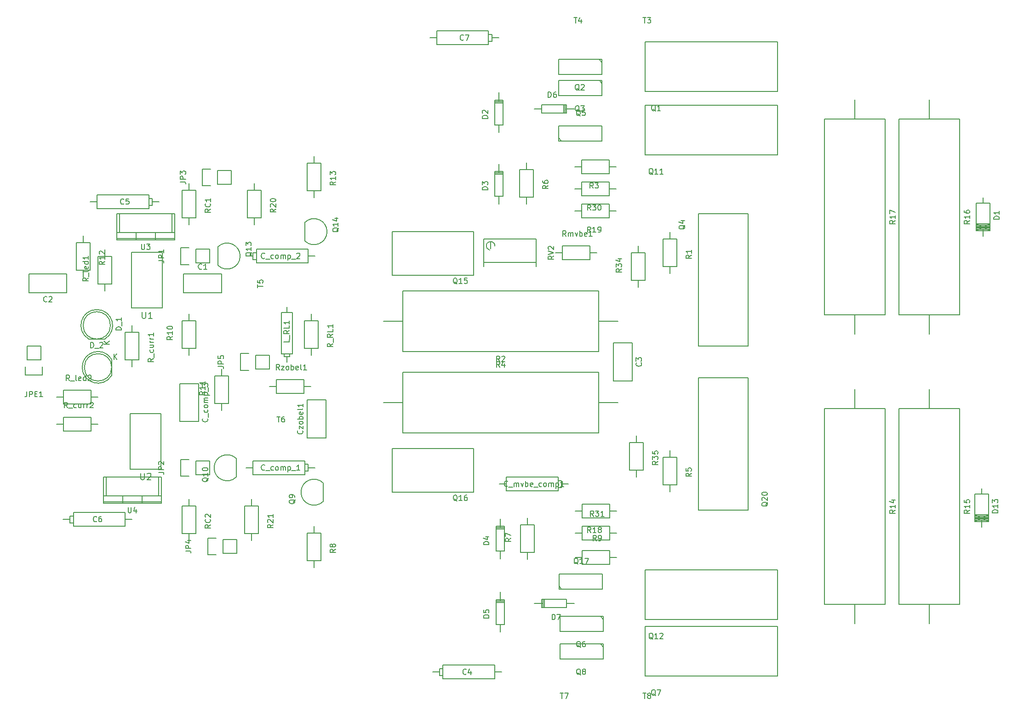
<source format=gbr>
G04 #@! TF.FileFunction,Legend,Top*
%FSLAX46Y46*%
G04 Gerber Fmt 4.6, Leading zero omitted, Abs format (unit mm)*
G04 Created by KiCad (PCBNEW (2016-09-05 BZR 7119, Git caafcde)-product) date Tue Sep 20 13:21:03 2016*
%MOMM*%
%LPD*%
G01*
G04 APERTURE LIST*
%ADD10C,0.100000*%
%ADD11C,0.150000*%
G04 APERTURE END LIST*
D10*
D11*
X173736000Y-40386000D02*
X185928000Y-40386000D01*
X185928000Y-40386000D02*
X185928000Y-49530000D01*
X185928000Y-49530000D02*
X161544000Y-49530000D01*
X161544000Y-49530000D02*
X161544000Y-40386000D01*
X161544000Y-40386000D02*
X173863000Y-40386000D01*
X180552000Y-72540000D02*
X180552000Y-84732000D01*
X180552000Y-84732000D02*
X171408000Y-84732000D01*
X171408000Y-84732000D02*
X171408000Y-60348000D01*
X171408000Y-60348000D02*
X180552000Y-60348000D01*
X180552000Y-60348000D02*
X180552000Y-72667000D01*
X171408000Y-102780000D02*
X171408000Y-90588000D01*
X171408000Y-90588000D02*
X180552000Y-90588000D01*
X180552000Y-90588000D02*
X180552000Y-114972000D01*
X180552000Y-114972000D02*
X171408000Y-114972000D01*
X171408000Y-114972000D02*
X171408000Y-102653000D01*
X173736000Y-28702000D02*
X185928000Y-28702000D01*
X185928000Y-28702000D02*
X185928000Y-37846000D01*
X185928000Y-37846000D02*
X161544000Y-37846000D01*
X161544000Y-37846000D02*
X161544000Y-28702000D01*
X161544000Y-28702000D02*
X173863000Y-28702000D01*
X142516000Y-41024000D02*
X141119000Y-41024000D01*
X146961000Y-41024000D02*
X148485000Y-41024000D01*
X146580000Y-41786000D02*
X146580000Y-40262000D01*
X146834000Y-41786000D02*
X146834000Y-40262000D01*
X147088000Y-41024000D02*
X147088000Y-40262000D01*
X147088000Y-40262000D02*
X142516000Y-40262000D01*
X142516000Y-40262000D02*
X142516000Y-41786000D01*
X142516000Y-41786000D02*
X147088000Y-41786000D01*
X147088000Y-41786000D02*
X147088000Y-41024000D01*
X145545000Y-111430000D02*
X145545000Y-111430000D01*
X145545000Y-111430000D02*
X145545000Y-111430000D01*
X145545000Y-111430000D02*
X145545000Y-111430000D01*
X145545000Y-111430000D02*
X136020000Y-111430000D01*
X136020000Y-111430000D02*
X136020000Y-108890000D01*
X136020000Y-108890000D02*
X145545000Y-108890000D01*
X145545000Y-108890000D02*
X145545000Y-111430000D01*
X145545000Y-110795000D02*
X145545000Y-110795000D01*
X145545000Y-110795000D02*
X146180000Y-110795000D01*
X146180000Y-110795000D02*
X146180000Y-109525000D01*
X146180000Y-109525000D02*
X145545000Y-109525000D01*
X147450000Y-110160000D02*
X147450000Y-110160000D01*
X147450000Y-110160000D02*
X146180000Y-110160000D01*
X146180000Y-110160000D02*
X146180000Y-110160000D01*
X146180000Y-110160000D02*
X146180000Y-110160000D01*
X136020000Y-110160000D02*
X136020000Y-110160000D01*
X136020000Y-110160000D02*
X136020000Y-110160000D01*
X136020000Y-110160000D02*
X134750000Y-110160000D01*
X134750000Y-110160000D02*
X134750000Y-110160000D01*
X134750000Y-110160000D02*
X134750000Y-110160000D01*
X134750000Y-110160000D02*
X134750000Y-110160000D01*
X155016000Y-116430000D02*
X149936000Y-116430000D01*
X149936000Y-116430000D02*
X149936000Y-113890000D01*
X149936000Y-113890000D02*
X155016000Y-113890000D01*
X155016000Y-113890000D02*
X155016000Y-116430000D01*
X155016000Y-115160000D02*
X156286000Y-115160000D01*
X149936000Y-115160000D02*
X148666000Y-115160000D01*
X147102000Y-132160000D02*
X148499000Y-132160000D01*
X142657000Y-132160000D02*
X141133000Y-132160000D01*
X143038000Y-131398000D02*
X143038000Y-132922000D01*
X142784000Y-131398000D02*
X142784000Y-132922000D01*
X142530000Y-132160000D02*
X142530000Y-132922000D01*
X142530000Y-132922000D02*
X147102000Y-132922000D01*
X147102000Y-132922000D02*
X147102000Y-131398000D01*
X147102000Y-131398000D02*
X142530000Y-131398000D01*
X142530000Y-131398000D02*
X142530000Y-132160000D01*
X149936000Y-117890000D02*
X155016000Y-117890000D01*
X155016000Y-117890000D02*
X155016000Y-120430000D01*
X155016000Y-120430000D02*
X149936000Y-120430000D01*
X149936000Y-120430000D02*
X149936000Y-117890000D01*
X149936000Y-119160000D02*
X148666000Y-119160000D01*
X155016000Y-119160000D02*
X156286000Y-119160000D01*
X149936000Y-122390000D02*
X155016000Y-122390000D01*
X155016000Y-122390000D02*
X155016000Y-124930000D01*
X155016000Y-124930000D02*
X149936000Y-124930000D01*
X149936000Y-124930000D02*
X149936000Y-122390000D01*
X149936000Y-123660000D02*
X148666000Y-123660000D01*
X155016000Y-123660000D02*
X156286000Y-123660000D01*
X145686580Y-128960100D02*
X146186960Y-129559540D01*
X145686580Y-129559540D02*
X153687580Y-129559540D01*
X145686580Y-126760460D02*
X153687580Y-126760460D01*
X145686580Y-126760460D02*
X145686580Y-129559540D01*
X153687580Y-126760460D02*
X153687580Y-129559540D01*
X78856000Y-114200000D02*
X78856000Y-119280000D01*
X78856000Y-119280000D02*
X76316000Y-119280000D01*
X76316000Y-119280000D02*
X76316000Y-114200000D01*
X76316000Y-114200000D02*
X78856000Y-114200000D01*
X77586000Y-114200000D02*
X77586000Y-112930000D01*
X77586000Y-119280000D02*
X77586000Y-120550000D01*
X83856000Y-120390000D02*
X86396000Y-120390000D01*
X81036000Y-120110000D02*
X82586000Y-120110000D01*
X83856000Y-120390000D02*
X83856000Y-122930000D01*
X82586000Y-123210000D02*
X81036000Y-123210000D01*
X81036000Y-123210000D02*
X81036000Y-120110000D01*
X83856000Y-122930000D02*
X86396000Y-122930000D01*
X86396000Y-122930000D02*
X86396000Y-120390000D01*
X90356000Y-114200000D02*
X90356000Y-119280000D01*
X90356000Y-119280000D02*
X87816000Y-119280000D01*
X87816000Y-119280000D02*
X87816000Y-114200000D01*
X87816000Y-114200000D02*
X90356000Y-114200000D01*
X89086000Y-114200000D02*
X89086000Y-112930000D01*
X89086000Y-119280000D02*
X89086000Y-120550000D01*
X99336000Y-101660000D02*
X99336000Y-94660000D01*
X99336000Y-94660000D02*
X102836000Y-94660000D01*
X102836000Y-94660000D02*
X102836000Y-101660000D01*
X102836000Y-101660000D02*
X99336000Y-101660000D01*
X93626000Y-90890000D02*
X98706000Y-90890000D01*
X98706000Y-90890000D02*
X98706000Y-93430000D01*
X98706000Y-93430000D02*
X93626000Y-93430000D01*
X93626000Y-93430000D02*
X93626000Y-90890000D01*
X93626000Y-92160000D02*
X92356000Y-92160000D01*
X98706000Y-92160000D02*
X99976000Y-92160000D01*
X89856000Y-86390000D02*
X92396000Y-86390000D01*
X87036000Y-86110000D02*
X88586000Y-86110000D01*
X89856000Y-86390000D02*
X89856000Y-88930000D01*
X88586000Y-89210000D02*
X87036000Y-89210000D01*
X87036000Y-89210000D02*
X87036000Y-86110000D01*
X89856000Y-88930000D02*
X92396000Y-88930000D01*
X92396000Y-88930000D02*
X92396000Y-86390000D01*
X101356000Y-80040000D02*
X101356000Y-85120000D01*
X101356000Y-85120000D02*
X98816000Y-85120000D01*
X98816000Y-85120000D02*
X98816000Y-80040000D01*
X98816000Y-80040000D02*
X101356000Y-80040000D01*
X100086000Y-80040000D02*
X100086000Y-78770000D01*
X100086000Y-85120000D02*
X100086000Y-86390000D01*
X95586000Y-77500000D02*
X95586000Y-78516000D01*
X95586000Y-78516000D02*
X96602000Y-78516000D01*
X96602000Y-78516000D02*
X96602000Y-86136000D01*
X96602000Y-86136000D02*
X94570000Y-86136000D01*
X94570000Y-86136000D02*
X94570000Y-78516000D01*
X94570000Y-78516000D02*
X95586000Y-78516000D01*
X95586000Y-87660000D02*
X95586000Y-86644000D01*
X96094000Y-86136000D02*
X96094000Y-86644000D01*
X96094000Y-86644000D02*
X95078000Y-86644000D01*
X95078000Y-86644000D02*
X95078000Y-86136000D01*
X54466000Y-97890000D02*
X59546000Y-97890000D01*
X59546000Y-97890000D02*
X59546000Y-100430000D01*
X59546000Y-100430000D02*
X54466000Y-100430000D01*
X54466000Y-100430000D02*
X54466000Y-97890000D01*
X54466000Y-99160000D02*
X53196000Y-99160000D01*
X59546000Y-99160000D02*
X60816000Y-99160000D01*
X54466000Y-92890000D02*
X59546000Y-92890000D01*
X59546000Y-92890000D02*
X59546000Y-95430000D01*
X59546000Y-95430000D02*
X54466000Y-95430000D01*
X54466000Y-95430000D02*
X54466000Y-92890000D01*
X54466000Y-94160000D02*
X53196000Y-94160000D01*
X59546000Y-94160000D02*
X60816000Y-94160000D01*
X78856000Y-105890000D02*
X81396000Y-105890000D01*
X76036000Y-105610000D02*
X77586000Y-105610000D01*
X78856000Y-105890000D02*
X78856000Y-108430000D01*
X77586000Y-108710000D02*
X76036000Y-108710000D01*
X76036000Y-108710000D02*
X76036000Y-105610000D01*
X78856000Y-108430000D02*
X81396000Y-108430000D01*
X81396000Y-108430000D02*
X81396000Y-105890000D01*
X66696000Y-107448000D02*
X66696000Y-97148000D01*
X66696000Y-97148000D02*
X72396000Y-97148000D01*
X72396000Y-97148000D02*
X72396000Y-107448000D01*
X72396000Y-107448000D02*
X66696000Y-107448000D01*
X62110904Y-83414888D02*
G75*
G03X59086000Y-83430000I-1524904J2484888D01*
G01*
X62086000Y-83430000D02*
X59086000Y-83430000D01*
X63103936Y-80930000D02*
G75*
G03X63103936Y-80930000I-2517936J0D01*
G01*
X152984000Y-95160000D02*
X156540000Y-95160000D01*
X116916000Y-95160000D02*
X113360000Y-95160000D01*
X116916000Y-89572000D02*
X116916000Y-100748000D01*
X116916000Y-100748000D02*
X152984000Y-100748000D01*
X152984000Y-100748000D02*
X152984000Y-89572000D01*
X152984000Y-89572000D02*
X116916000Y-89572000D01*
X76586000Y-71410000D02*
X83586000Y-71410000D01*
X83586000Y-71410000D02*
X83586000Y-74910000D01*
X83586000Y-74910000D02*
X76586000Y-74910000D01*
X76586000Y-74910000D02*
X76586000Y-71410000D01*
X55086000Y-74910000D02*
X48086000Y-74910000D01*
X48086000Y-74910000D02*
X48086000Y-71410000D01*
X48086000Y-71410000D02*
X55086000Y-71410000D01*
X55086000Y-71410000D02*
X55086000Y-74910000D01*
X159200000Y-84160000D02*
X159200000Y-91160000D01*
X159200000Y-91160000D02*
X155700000Y-91160000D01*
X155700000Y-91160000D02*
X155700000Y-84160000D01*
X155700000Y-84160000D02*
X159200000Y-84160000D01*
X124333000Y-143510000D02*
X124333000Y-143510000D01*
X124333000Y-143510000D02*
X124333000Y-143510000D01*
X124333000Y-143510000D02*
X124333000Y-143510000D01*
X124333000Y-143510000D02*
X133858000Y-143510000D01*
X133858000Y-143510000D02*
X133858000Y-146050000D01*
X133858000Y-146050000D02*
X124333000Y-146050000D01*
X124333000Y-146050000D02*
X124333000Y-143510000D01*
X124333000Y-144145000D02*
X124333000Y-144145000D01*
X124333000Y-144145000D02*
X123698000Y-144145000D01*
X123698000Y-144145000D02*
X123698000Y-145415000D01*
X123698000Y-145415000D02*
X124333000Y-145415000D01*
X122428000Y-144780000D02*
X122428000Y-144780000D01*
X122428000Y-144780000D02*
X123698000Y-144780000D01*
X123698000Y-144780000D02*
X123698000Y-144780000D01*
X123698000Y-144780000D02*
X123698000Y-144780000D01*
X133858000Y-144780000D02*
X133858000Y-144780000D01*
X133858000Y-144780000D02*
X133858000Y-144780000D01*
X133858000Y-144780000D02*
X135128000Y-144780000D01*
X135128000Y-144780000D02*
X135128000Y-144780000D01*
X135128000Y-144780000D02*
X135128000Y-144780000D01*
X135128000Y-144780000D02*
X135128000Y-144780000D01*
X70181000Y-59430000D02*
X70181000Y-59430000D01*
X70181000Y-59430000D02*
X70181000Y-59430000D01*
X70181000Y-59430000D02*
X70181000Y-59430000D01*
X70181000Y-59430000D02*
X60656000Y-59430000D01*
X60656000Y-59430000D02*
X60656000Y-56890000D01*
X60656000Y-56890000D02*
X70181000Y-56890000D01*
X70181000Y-56890000D02*
X70181000Y-59430000D01*
X70181000Y-58795000D02*
X70181000Y-58795000D01*
X70181000Y-58795000D02*
X70816000Y-58795000D01*
X70816000Y-58795000D02*
X70816000Y-57525000D01*
X70816000Y-57525000D02*
X70181000Y-57525000D01*
X72086000Y-58160000D02*
X72086000Y-58160000D01*
X72086000Y-58160000D02*
X70816000Y-58160000D01*
X70816000Y-58160000D02*
X70816000Y-58160000D01*
X70816000Y-58160000D02*
X70816000Y-58160000D01*
X60656000Y-58160000D02*
X60656000Y-58160000D01*
X60656000Y-58160000D02*
X60656000Y-58160000D01*
X60656000Y-58160000D02*
X59386000Y-58160000D01*
X59386000Y-58160000D02*
X59386000Y-58160000D01*
X59386000Y-58160000D02*
X59386000Y-58160000D01*
X59386000Y-58160000D02*
X59386000Y-58160000D01*
X56291000Y-115390000D02*
X56291000Y-115390000D01*
X56291000Y-115390000D02*
X56291000Y-115390000D01*
X56291000Y-115390000D02*
X56291000Y-115390000D01*
X56291000Y-115390000D02*
X65816000Y-115390000D01*
X65816000Y-115390000D02*
X65816000Y-117930000D01*
X65816000Y-117930000D02*
X56291000Y-117930000D01*
X56291000Y-117930000D02*
X56291000Y-115390000D01*
X56291000Y-116025000D02*
X56291000Y-116025000D01*
X56291000Y-116025000D02*
X55656000Y-116025000D01*
X55656000Y-116025000D02*
X55656000Y-117295000D01*
X55656000Y-117295000D02*
X56291000Y-117295000D01*
X54386000Y-116660000D02*
X54386000Y-116660000D01*
X54386000Y-116660000D02*
X55656000Y-116660000D01*
X55656000Y-116660000D02*
X55656000Y-116660000D01*
X55656000Y-116660000D02*
X55656000Y-116660000D01*
X65816000Y-116660000D02*
X65816000Y-116660000D01*
X65816000Y-116660000D02*
X65816000Y-116660000D01*
X65816000Y-116660000D02*
X67086000Y-116660000D01*
X67086000Y-116660000D02*
X67086000Y-116660000D01*
X67086000Y-116660000D02*
X67086000Y-116660000D01*
X67086000Y-116660000D02*
X67086000Y-116660000D01*
X132715000Y-29210000D02*
X132715000Y-29210000D01*
X132715000Y-29210000D02*
X132715000Y-29210000D01*
X132715000Y-29210000D02*
X132715000Y-29210000D01*
X132715000Y-29210000D02*
X123190000Y-29210000D01*
X123190000Y-29210000D02*
X123190000Y-26670000D01*
X123190000Y-26670000D02*
X132715000Y-26670000D01*
X132715000Y-26670000D02*
X132715000Y-29210000D01*
X132715000Y-28575000D02*
X132715000Y-28575000D01*
X132715000Y-28575000D02*
X133350000Y-28575000D01*
X133350000Y-28575000D02*
X133350000Y-27305000D01*
X133350000Y-27305000D02*
X132715000Y-27305000D01*
X134620000Y-27940000D02*
X134620000Y-27940000D01*
X134620000Y-27940000D02*
X133350000Y-27940000D01*
X133350000Y-27940000D02*
X133350000Y-27940000D01*
X133350000Y-27940000D02*
X133350000Y-27940000D01*
X123190000Y-27940000D02*
X123190000Y-27940000D01*
X123190000Y-27940000D02*
X123190000Y-27940000D01*
X123190000Y-27940000D02*
X121920000Y-27940000D01*
X121920000Y-27940000D02*
X121920000Y-27940000D01*
X121920000Y-27940000D02*
X121920000Y-27940000D01*
X121920000Y-27940000D02*
X121920000Y-27940000D01*
X98881000Y-108430000D02*
X98881000Y-108430000D01*
X98881000Y-108430000D02*
X98881000Y-108430000D01*
X98881000Y-108430000D02*
X98881000Y-108430000D01*
X98881000Y-108430000D02*
X89356000Y-108430000D01*
X89356000Y-108430000D02*
X89356000Y-105890000D01*
X89356000Y-105890000D02*
X98881000Y-105890000D01*
X98881000Y-105890000D02*
X98881000Y-108430000D01*
X98881000Y-107795000D02*
X98881000Y-107795000D01*
X98881000Y-107795000D02*
X99516000Y-107795000D01*
X99516000Y-107795000D02*
X99516000Y-106525000D01*
X99516000Y-106525000D02*
X98881000Y-106525000D01*
X100786000Y-107160000D02*
X100786000Y-107160000D01*
X100786000Y-107160000D02*
X99516000Y-107160000D01*
X99516000Y-107160000D02*
X99516000Y-107160000D01*
X99516000Y-107160000D02*
X99516000Y-107160000D01*
X89356000Y-107160000D02*
X89356000Y-107160000D01*
X89356000Y-107160000D02*
X89356000Y-107160000D01*
X89356000Y-107160000D02*
X88086000Y-107160000D01*
X88086000Y-107160000D02*
X88086000Y-107160000D01*
X88086000Y-107160000D02*
X88086000Y-107160000D01*
X88086000Y-107160000D02*
X88086000Y-107160000D01*
X89991000Y-66890000D02*
X89991000Y-66890000D01*
X89991000Y-66890000D02*
X89991000Y-66890000D01*
X89991000Y-66890000D02*
X89991000Y-66890000D01*
X89991000Y-66890000D02*
X99516000Y-66890000D01*
X99516000Y-66890000D02*
X99516000Y-69430000D01*
X99516000Y-69430000D02*
X89991000Y-69430000D01*
X89991000Y-69430000D02*
X89991000Y-66890000D01*
X89991000Y-67525000D02*
X89991000Y-67525000D01*
X89991000Y-67525000D02*
X89356000Y-67525000D01*
X89356000Y-67525000D02*
X89356000Y-68795000D01*
X89356000Y-68795000D02*
X89991000Y-68795000D01*
X88086000Y-68160000D02*
X88086000Y-68160000D01*
X88086000Y-68160000D02*
X89356000Y-68160000D01*
X89356000Y-68160000D02*
X89356000Y-68160000D01*
X89356000Y-68160000D02*
X89356000Y-68160000D01*
X99516000Y-68160000D02*
X99516000Y-68160000D01*
X99516000Y-68160000D02*
X99516000Y-68160000D01*
X99516000Y-68160000D02*
X100786000Y-68160000D01*
X100786000Y-68160000D02*
X100786000Y-68160000D01*
X100786000Y-68160000D02*
X100786000Y-68160000D01*
X100786000Y-68160000D02*
X100786000Y-68160000D01*
X79336000Y-91660000D02*
X79336000Y-98660000D01*
X79336000Y-98660000D02*
X75836000Y-98660000D01*
X75836000Y-98660000D02*
X75836000Y-91660000D01*
X75836000Y-91660000D02*
X79336000Y-91660000D01*
X223774000Y-58420000D02*
X223774000Y-57404000D01*
X223774000Y-63246000D02*
X223774000Y-64516000D01*
X222504000Y-62992000D02*
X225044000Y-62992000D01*
X222504000Y-62738000D02*
X225044000Y-62738000D01*
X222504000Y-62484000D02*
X225044000Y-62484000D01*
X222504000Y-63246000D02*
X225044000Y-63246000D01*
X222504000Y-62230000D02*
X225044000Y-63500000D01*
X222504000Y-63500000D02*
X225044000Y-62230000D01*
X222504000Y-62230000D02*
X225044000Y-62230000D01*
X222504000Y-62865000D02*
X225044000Y-62865000D01*
X225044000Y-63500000D02*
X222504000Y-63500000D01*
X222504000Y-63500000D02*
X222504000Y-58420000D01*
X222504000Y-58420000D02*
X225044000Y-58420000D01*
X225044000Y-58420000D02*
X225044000Y-63500000D01*
X134664000Y-43996000D02*
X134664000Y-45393000D01*
X134664000Y-39551000D02*
X134664000Y-38027000D01*
X135426000Y-39932000D02*
X133902000Y-39932000D01*
X135426000Y-39678000D02*
X133902000Y-39678000D01*
X134664000Y-39424000D02*
X133902000Y-39424000D01*
X133902000Y-39424000D02*
X133902000Y-43996000D01*
X133902000Y-43996000D02*
X135426000Y-43996000D01*
X135426000Y-43996000D02*
X135426000Y-39424000D01*
X135426000Y-39424000D02*
X134664000Y-39424000D01*
X134664000Y-57156000D02*
X134664000Y-58553000D01*
X134664000Y-52711000D02*
X134664000Y-51187000D01*
X135426000Y-53092000D02*
X133902000Y-53092000D01*
X135426000Y-52838000D02*
X133902000Y-52838000D01*
X134664000Y-52584000D02*
X133902000Y-52584000D01*
X133902000Y-52584000D02*
X133902000Y-57156000D01*
X133902000Y-57156000D02*
X135426000Y-57156000D01*
X135426000Y-57156000D02*
X135426000Y-52584000D01*
X135426000Y-52584000D02*
X134664000Y-52584000D01*
X134896000Y-122526000D02*
X134896000Y-123923000D01*
X134896000Y-118081000D02*
X134896000Y-116557000D01*
X135658000Y-118462000D02*
X134134000Y-118462000D01*
X135658000Y-118208000D02*
X134134000Y-118208000D01*
X134896000Y-117954000D02*
X134134000Y-117954000D01*
X134134000Y-117954000D02*
X134134000Y-122526000D01*
X134134000Y-122526000D02*
X135658000Y-122526000D01*
X135658000Y-122526000D02*
X135658000Y-117954000D01*
X135658000Y-117954000D02*
X134896000Y-117954000D01*
X134898540Y-136026520D02*
X134898540Y-137423520D01*
X134898540Y-131581520D02*
X134898540Y-130057520D01*
X135660540Y-131962520D02*
X134136540Y-131962520D01*
X135660540Y-131708520D02*
X134136540Y-131708520D01*
X134898540Y-131454520D02*
X134136540Y-131454520D01*
X134136540Y-131454520D02*
X134136540Y-136026520D01*
X134136540Y-136026520D02*
X135660540Y-136026520D01*
X135660540Y-136026520D02*
X135660540Y-131454520D01*
X135660540Y-131454520D02*
X134898540Y-131454520D01*
X223520000Y-112014000D02*
X223520000Y-110998000D01*
X223520000Y-116840000D02*
X223520000Y-118110000D01*
X222250000Y-116586000D02*
X224790000Y-116586000D01*
X222250000Y-116332000D02*
X224790000Y-116332000D01*
X222250000Y-116078000D02*
X224790000Y-116078000D01*
X222250000Y-116840000D02*
X224790000Y-116840000D01*
X222250000Y-115824000D02*
X224790000Y-117094000D01*
X222250000Y-117094000D02*
X224790000Y-115824000D01*
X222250000Y-115824000D02*
X224790000Y-115824000D01*
X222250000Y-116459000D02*
X224790000Y-116459000D01*
X224790000Y-117094000D02*
X222250000Y-117094000D01*
X222250000Y-117094000D02*
X222250000Y-112014000D01*
X222250000Y-112014000D02*
X224790000Y-112014000D01*
X224790000Y-112014000D02*
X224790000Y-117094000D01*
X63300888Y-87135096D02*
G75*
G03X63316000Y-90160000I-2484888J-1524904D01*
G01*
X63316000Y-87160000D02*
X63316000Y-90160000D01*
X63333936Y-88660000D02*
G75*
G03X63333936Y-88660000I-2517936J0D01*
G01*
X78856000Y-66890000D02*
X81396000Y-66890000D01*
X76036000Y-66610000D02*
X77586000Y-66610000D01*
X78856000Y-66890000D02*
X78856000Y-69430000D01*
X77586000Y-69710000D02*
X76036000Y-69710000D01*
X76036000Y-69710000D02*
X76036000Y-66610000D01*
X78856000Y-69430000D02*
X81396000Y-69430000D01*
X81396000Y-69430000D02*
X81396000Y-66890000D01*
X82856000Y-52390000D02*
X85396000Y-52390000D01*
X80036000Y-52110000D02*
X81586000Y-52110000D01*
X82856000Y-52390000D02*
X82856000Y-54930000D01*
X81586000Y-55210000D02*
X80036000Y-55210000D01*
X80036000Y-55210000D02*
X80036000Y-52110000D01*
X82856000Y-54930000D02*
X85396000Y-54930000D01*
X85396000Y-54930000D02*
X85396000Y-52390000D01*
X153628500Y-32489900D02*
X153128120Y-31890460D01*
X153628500Y-31890460D02*
X145627500Y-31890460D01*
X153628500Y-34689540D02*
X145627500Y-34689540D01*
X153628500Y-34689540D02*
X153628500Y-31890460D01*
X145627500Y-34689540D02*
X145627500Y-31890460D01*
X153633580Y-36413900D02*
X153133200Y-35814460D01*
X153633580Y-35814460D02*
X145632580Y-35814460D01*
X153633580Y-38613540D02*
X145632580Y-38613540D01*
X153633580Y-38613540D02*
X153633580Y-35814460D01*
X145632580Y-38613540D02*
X145632580Y-35814460D01*
X153865580Y-135089900D02*
X153365200Y-134490460D01*
X153865580Y-134490460D02*
X145864580Y-134490460D01*
X153865580Y-137289540D02*
X145864580Y-137289540D01*
X153865580Y-137289540D02*
X153865580Y-134490460D01*
X145864580Y-137289540D02*
X145864580Y-134490460D01*
X173736000Y-136398000D02*
X185928000Y-136398000D01*
X185928000Y-136398000D02*
X185928000Y-145542000D01*
X185928000Y-145542000D02*
X161544000Y-145542000D01*
X161544000Y-145542000D02*
X161544000Y-136398000D01*
X161544000Y-136398000D02*
X173863000Y-136398000D01*
X153865580Y-140169900D02*
X153365200Y-139570460D01*
X153865580Y-139570460D02*
X145864580Y-139570460D01*
X153865580Y-142369540D02*
X145864580Y-142369540D01*
X153865580Y-142369540D02*
X153865580Y-139570460D01*
X145864580Y-142369540D02*
X145864580Y-139570460D01*
X173736000Y-125984000D02*
X185928000Y-125984000D01*
X185928000Y-125984000D02*
X185928000Y-135128000D01*
X185928000Y-135128000D02*
X161544000Y-135128000D01*
X161544000Y-135128000D02*
X161544000Y-125984000D01*
X161544000Y-125984000D02*
X173863000Y-125984000D01*
X124950000Y-63660000D02*
X129950000Y-63660000D01*
X129950000Y-63660000D02*
X129950000Y-71660000D01*
X129950000Y-71660000D02*
X124950000Y-71660000D01*
X119950000Y-63660000D02*
X124950000Y-63660000D01*
X124950000Y-71660000D02*
X114950000Y-71660000D01*
X114950000Y-71660000D02*
X114950000Y-63660000D01*
X114950000Y-63660000D02*
X119950000Y-63660000D01*
X124950000Y-103660000D02*
X129950000Y-103660000D01*
X129950000Y-103660000D02*
X129950000Y-111660000D01*
X129950000Y-111660000D02*
X124950000Y-111660000D01*
X119950000Y-103660000D02*
X124950000Y-103660000D01*
X124950000Y-111660000D02*
X114950000Y-111660000D01*
X114950000Y-111660000D02*
X114950000Y-103660000D01*
X114950000Y-103660000D02*
X119950000Y-103660000D01*
X167386000Y-65024000D02*
X167386000Y-70104000D01*
X167386000Y-70104000D02*
X164846000Y-70104000D01*
X164846000Y-70104000D02*
X164846000Y-65024000D01*
X164846000Y-65024000D02*
X167386000Y-65024000D01*
X166116000Y-65024000D02*
X166116000Y-63754000D01*
X166116000Y-70104000D02*
X166116000Y-71374000D01*
X116916000Y-80160000D02*
X113360000Y-80160000D01*
X152984000Y-80160000D02*
X156540000Y-80160000D01*
X152984000Y-85748000D02*
X152984000Y-74572000D01*
X152984000Y-74572000D02*
X116916000Y-74572000D01*
X116916000Y-74572000D02*
X116916000Y-85748000D01*
X116916000Y-85748000D02*
X152984000Y-85748000D01*
X154962000Y-52962000D02*
X149882000Y-52962000D01*
X149882000Y-52962000D02*
X149882000Y-50422000D01*
X149882000Y-50422000D02*
X154962000Y-50422000D01*
X154962000Y-50422000D02*
X154962000Y-52962000D01*
X154962000Y-51692000D02*
X156232000Y-51692000D01*
X149882000Y-51692000D02*
X148612000Y-51692000D01*
X167386000Y-105200000D02*
X167386000Y-110280000D01*
X167386000Y-110280000D02*
X164846000Y-110280000D01*
X164846000Y-110280000D02*
X164846000Y-105200000D01*
X164846000Y-105200000D02*
X167386000Y-105200000D01*
X166116000Y-105200000D02*
X166116000Y-103930000D01*
X166116000Y-110280000D02*
X166116000Y-111550000D01*
X140992000Y-52200000D02*
X140992000Y-57280000D01*
X140992000Y-57280000D02*
X138452000Y-57280000D01*
X138452000Y-57280000D02*
X138452000Y-52200000D01*
X138452000Y-52200000D02*
X140992000Y-52200000D01*
X139722000Y-52200000D02*
X139722000Y-50930000D01*
X139722000Y-57280000D02*
X139722000Y-58550000D01*
X138626000Y-122780000D02*
X138626000Y-117700000D01*
X138626000Y-117700000D02*
X141166000Y-117700000D01*
X141166000Y-117700000D02*
X141166000Y-122780000D01*
X141166000Y-122780000D02*
X138626000Y-122780000D01*
X139896000Y-122780000D02*
X139896000Y-124050000D01*
X139896000Y-117700000D02*
X139896000Y-116430000D01*
X101856000Y-119200000D02*
X101856000Y-124280000D01*
X101856000Y-124280000D02*
X99316000Y-124280000D01*
X99316000Y-124280000D02*
X99316000Y-119200000D01*
X99316000Y-119200000D02*
X101856000Y-119200000D01*
X100586000Y-119200000D02*
X100586000Y-117930000D01*
X100586000Y-124280000D02*
X100586000Y-125550000D01*
X76316000Y-85120000D02*
X76316000Y-80040000D01*
X76316000Y-80040000D02*
X78856000Y-80040000D01*
X78856000Y-80040000D02*
X78856000Y-85120000D01*
X78856000Y-85120000D02*
X76316000Y-85120000D01*
X77586000Y-85120000D02*
X77586000Y-86390000D01*
X77586000Y-80040000D02*
X77586000Y-78770000D01*
X82316000Y-95280000D02*
X82316000Y-90200000D01*
X82316000Y-90200000D02*
X84856000Y-90200000D01*
X84856000Y-90200000D02*
X84856000Y-95280000D01*
X84856000Y-95280000D02*
X82316000Y-95280000D01*
X83586000Y-95280000D02*
X83586000Y-96550000D01*
X83586000Y-90200000D02*
X83586000Y-88930000D01*
X59356000Y-65700000D02*
X59356000Y-70780000D01*
X59356000Y-70780000D02*
X56816000Y-70780000D01*
X56816000Y-70780000D02*
X56816000Y-65700000D01*
X56816000Y-65700000D02*
X59356000Y-65700000D01*
X58086000Y-65700000D02*
X58086000Y-64430000D01*
X58086000Y-70780000D02*
X58086000Y-72050000D01*
X101856000Y-51040000D02*
X101856000Y-56120000D01*
X101856000Y-56120000D02*
X99316000Y-56120000D01*
X99316000Y-56120000D02*
X99316000Y-51040000D01*
X99316000Y-51040000D02*
X101856000Y-51040000D01*
X100586000Y-51040000D02*
X100586000Y-49770000D01*
X100586000Y-56120000D02*
X100586000Y-57390000D01*
X200152000Y-132334000D02*
X200152000Y-135890000D01*
X200152000Y-96266000D02*
X200152000Y-92710000D01*
X205740000Y-96266000D02*
X194564000Y-96266000D01*
X194564000Y-96266000D02*
X194564000Y-132334000D01*
X194564000Y-132334000D02*
X205740000Y-132334000D01*
X205740000Y-132334000D02*
X205740000Y-96266000D01*
X213868000Y-132334000D02*
X213868000Y-135890000D01*
X213868000Y-96266000D02*
X213868000Y-92710000D01*
X219456000Y-96266000D02*
X208280000Y-96266000D01*
X208280000Y-96266000D02*
X208280000Y-132334000D01*
X208280000Y-132334000D02*
X219456000Y-132334000D01*
X219456000Y-132334000D02*
X219456000Y-96266000D01*
X213868000Y-78994000D02*
X213868000Y-82550000D01*
X213868000Y-42926000D02*
X213868000Y-39370000D01*
X219456000Y-42926000D02*
X208280000Y-42926000D01*
X208280000Y-42926000D02*
X208280000Y-78994000D01*
X208280000Y-78994000D02*
X219456000Y-78994000D01*
X219456000Y-78994000D02*
X219456000Y-42926000D01*
X200152000Y-78994000D02*
X200152000Y-82550000D01*
X200152000Y-42926000D02*
X200152000Y-39370000D01*
X205740000Y-42926000D02*
X194564000Y-42926000D01*
X194564000Y-42926000D02*
X194564000Y-78994000D01*
X194564000Y-78994000D02*
X205740000Y-78994000D01*
X205740000Y-78994000D02*
X205740000Y-42926000D01*
X154962000Y-61090000D02*
X149882000Y-61090000D01*
X149882000Y-61090000D02*
X149882000Y-58550000D01*
X149882000Y-58550000D02*
X154962000Y-58550000D01*
X154962000Y-58550000D02*
X154962000Y-61090000D01*
X154962000Y-59820000D02*
X156232000Y-59820000D01*
X149882000Y-59820000D02*
X148612000Y-59820000D01*
X90856000Y-56040000D02*
X90856000Y-61120000D01*
X90856000Y-61120000D02*
X88316000Y-61120000D01*
X88316000Y-61120000D02*
X88316000Y-56040000D01*
X88316000Y-56040000D02*
X90856000Y-56040000D01*
X89586000Y-56040000D02*
X89586000Y-54770000D01*
X89586000Y-61120000D02*
X89586000Y-62390000D01*
X154962000Y-57026000D02*
X149882000Y-57026000D01*
X149882000Y-57026000D02*
X149882000Y-54486000D01*
X149882000Y-54486000D02*
X154962000Y-54486000D01*
X154962000Y-54486000D02*
X154962000Y-57026000D01*
X154962000Y-55756000D02*
X156232000Y-55756000D01*
X149882000Y-55756000D02*
X148612000Y-55756000D01*
X159004000Y-72644000D02*
X159004000Y-67564000D01*
X159004000Y-67564000D02*
X161544000Y-67564000D01*
X161544000Y-67564000D02*
X161544000Y-72644000D01*
X161544000Y-72644000D02*
X159004000Y-72644000D01*
X160274000Y-72644000D02*
X160274000Y-73914000D01*
X160274000Y-67564000D02*
X160274000Y-66294000D01*
X161220000Y-102540000D02*
X161220000Y-107620000D01*
X161220000Y-107620000D02*
X158680000Y-107620000D01*
X158680000Y-107620000D02*
X158680000Y-102540000D01*
X158680000Y-102540000D02*
X161220000Y-102540000D01*
X159950000Y-102540000D02*
X159950000Y-101270000D01*
X159950000Y-107620000D02*
X159950000Y-108890000D01*
X78856000Y-56040000D02*
X78856000Y-61120000D01*
X78856000Y-61120000D02*
X76316000Y-61120000D01*
X76316000Y-61120000D02*
X76316000Y-56040000D01*
X76316000Y-56040000D02*
X78856000Y-56040000D01*
X77586000Y-56040000D02*
X77586000Y-54770000D01*
X77586000Y-61120000D02*
X77586000Y-62390000D01*
X146304000Y-66294000D02*
X151384000Y-66294000D01*
X151384000Y-66294000D02*
X151384000Y-68834000D01*
X151384000Y-68834000D02*
X146304000Y-68834000D01*
X146304000Y-68834000D02*
X146304000Y-66294000D01*
X146304000Y-67564000D02*
X145034000Y-67564000D01*
X151384000Y-67564000D02*
X152654000Y-67564000D01*
X133096000Y-65532000D02*
X133096000Y-66802000D01*
X133883400Y-66281300D02*
X133845300Y-66027300D01*
X133845300Y-66027300D02*
X133667500Y-65747900D01*
X133667500Y-65747900D02*
X133350000Y-65532000D01*
X133350000Y-65532000D02*
X132905500Y-65519300D01*
X132905500Y-65519300D02*
X132549900Y-65722500D01*
X132549900Y-65722500D02*
X132372100Y-66014600D01*
X132372100Y-66014600D02*
X132321300Y-66332100D01*
X132321300Y-66332100D02*
X132422900Y-66738500D01*
X132422900Y-66738500D02*
X132765800Y-66992500D01*
X132765800Y-66992500D02*
X132943600Y-67081400D01*
X141478000Y-69342000D02*
X131826000Y-69342000D01*
X131826000Y-66294000D02*
X131826000Y-65024000D01*
X131826000Y-65024000D02*
X141478000Y-65024000D01*
X141478000Y-65024000D02*
X141478000Y-70104000D01*
X131826000Y-70104000D02*
X131826000Y-67564000D01*
X131826000Y-67564000D02*
X131826000Y-66294000D01*
X68356000Y-82200000D02*
X68356000Y-87280000D01*
X68356000Y-87280000D02*
X65816000Y-87280000D01*
X65816000Y-87280000D02*
X65816000Y-82200000D01*
X65816000Y-82200000D02*
X68356000Y-82200000D01*
X67086000Y-82200000D02*
X67086000Y-80930000D01*
X67086000Y-87280000D02*
X67086000Y-88550000D01*
X60816000Y-73280000D02*
X60816000Y-68200000D01*
X60816000Y-68200000D02*
X63356000Y-68200000D01*
X63356000Y-68200000D02*
X63356000Y-73280000D01*
X63356000Y-73280000D02*
X60816000Y-73280000D01*
X62086000Y-73280000D02*
X62086000Y-74550000D01*
X62086000Y-68200000D02*
X62086000Y-66930000D01*
X66950000Y-77744000D02*
X66950000Y-67444000D01*
X66950000Y-67444000D02*
X72650000Y-67444000D01*
X72650000Y-67444000D02*
X72650000Y-77744000D01*
X72650000Y-77744000D02*
X66950000Y-77744000D01*
X64760000Y-63811000D02*
X64760000Y-60382000D01*
X74412000Y-63811000D02*
X74412000Y-60382000D01*
X64252000Y-64954000D02*
X74920000Y-64954000D01*
X67808000Y-63938000D02*
X67808000Y-65208000D01*
X71364000Y-63938000D02*
X71364000Y-65208000D01*
X74920000Y-63811000D02*
X64252000Y-63811000D01*
X64252000Y-60382000D02*
X74920000Y-60382000D01*
X74920000Y-65208000D02*
X74920000Y-60382000D01*
X64252000Y-65208000D02*
X64252000Y-60382000D01*
X64252000Y-65208000D02*
X74920000Y-65208000D01*
X62300000Y-112311000D02*
X62300000Y-108882000D01*
X71952000Y-112311000D02*
X71952000Y-108882000D01*
X61792000Y-113454000D02*
X72460000Y-113454000D01*
X65348000Y-112438000D02*
X65348000Y-113708000D01*
X68904000Y-112438000D02*
X68904000Y-113708000D01*
X72460000Y-112311000D02*
X61792000Y-112311000D01*
X61792000Y-108882000D02*
X72460000Y-108882000D01*
X72460000Y-113708000D02*
X72460000Y-108882000D01*
X61792000Y-113708000D02*
X61792000Y-108882000D01*
X61792000Y-113708000D02*
X72460000Y-113708000D01*
X145627500Y-46396100D02*
X146127880Y-46995540D01*
X145627500Y-46995540D02*
X153628500Y-46995540D01*
X145627500Y-44196460D02*
X153628500Y-44196460D01*
X145627500Y-44196460D02*
X145627500Y-46995540D01*
X153628500Y-44196460D02*
X153628500Y-46995540D01*
X102286000Y-113360000D02*
X102286000Y-109960000D01*
X102283056Y-113357056D02*
G75*
G02X98186000Y-111660000I-1697056J1697056D01*
G01*
X102283056Y-109962944D02*
G75*
G03X98186000Y-111660000I-1697056J-1697056D01*
G01*
X86286000Y-108860000D02*
X86286000Y-105460000D01*
X86283056Y-108857056D02*
G75*
G02X82186000Y-107160000I-1697056J1697056D01*
G01*
X86283056Y-105462944D02*
G75*
G03X82186000Y-107160000I-1697056J-1697056D01*
G01*
X82886000Y-66460000D02*
X82886000Y-69860000D01*
X82888944Y-66462944D02*
G75*
G02X86986000Y-68160000I1697056J-1697056D01*
G01*
X82888944Y-69857056D02*
G75*
G03X86986000Y-68160000I1697056J1697056D01*
G01*
X98886000Y-61960000D02*
X98886000Y-65360000D01*
X98888944Y-61962944D02*
G75*
G02X102986000Y-63660000I1697056J-1697056D01*
G01*
X98888944Y-65357056D02*
G75*
G03X102986000Y-63660000I1697056J1697056D01*
G01*
X47730000Y-87270000D02*
X47730000Y-84730000D01*
X47450000Y-90090000D02*
X47450000Y-88540000D01*
X47730000Y-87270000D02*
X50270000Y-87270000D01*
X50550000Y-88540000D02*
X50550000Y-90090000D01*
X50550000Y-90090000D02*
X47450000Y-90090000D01*
X50270000Y-87270000D02*
X50270000Y-84730000D01*
X50270000Y-84730000D02*
X47730000Y-84730000D01*
X163004571Y-53125619D02*
X162909333Y-53078000D01*
X162814095Y-52982761D01*
X162671238Y-52839904D01*
X162576000Y-52792285D01*
X162480761Y-52792285D01*
X162528380Y-53030380D02*
X162433142Y-52982761D01*
X162337904Y-52887523D01*
X162290285Y-52697047D01*
X162290285Y-52363714D01*
X162337904Y-52173238D01*
X162433142Y-52078000D01*
X162528380Y-52030380D01*
X162718857Y-52030380D01*
X162814095Y-52078000D01*
X162909333Y-52173238D01*
X162956952Y-52363714D01*
X162956952Y-52697047D01*
X162909333Y-52887523D01*
X162814095Y-52982761D01*
X162718857Y-53030380D01*
X162528380Y-53030380D01*
X163909333Y-53030380D02*
X163337904Y-53030380D01*
X163623619Y-53030380D02*
X163623619Y-52030380D01*
X163528380Y-52173238D01*
X163433142Y-52268476D01*
X163337904Y-52316095D01*
X164861714Y-53030380D02*
X164290285Y-53030380D01*
X164576000Y-53030380D02*
X164576000Y-52030380D01*
X164480761Y-52173238D01*
X164385523Y-52268476D01*
X164290285Y-52316095D01*
X168907619Y-62475238D02*
X168860000Y-62570476D01*
X168764761Y-62665714D01*
X168621904Y-62808571D01*
X168574285Y-62903809D01*
X168574285Y-62999047D01*
X168812380Y-62951428D02*
X168764761Y-63046666D01*
X168669523Y-63141904D01*
X168479047Y-63189523D01*
X168145714Y-63189523D01*
X167955238Y-63141904D01*
X167860000Y-63046666D01*
X167812380Y-62951428D01*
X167812380Y-62760952D01*
X167860000Y-62665714D01*
X167955238Y-62570476D01*
X168145714Y-62522857D01*
X168479047Y-62522857D01*
X168669523Y-62570476D01*
X168764761Y-62665714D01*
X168812380Y-62760952D01*
X168812380Y-62951428D01*
X168145714Y-61665714D02*
X168812380Y-61665714D01*
X167764761Y-61903809D02*
X168479047Y-62141904D01*
X168479047Y-61522857D01*
X184147619Y-113511428D02*
X184100000Y-113606666D01*
X184004761Y-113701904D01*
X183861904Y-113844761D01*
X183814285Y-113940000D01*
X183814285Y-114035238D01*
X184052380Y-113987619D02*
X184004761Y-114082857D01*
X183909523Y-114178095D01*
X183719047Y-114225714D01*
X183385714Y-114225714D01*
X183195238Y-114178095D01*
X183100000Y-114082857D01*
X183052380Y-113987619D01*
X183052380Y-113797142D01*
X183100000Y-113701904D01*
X183195238Y-113606666D01*
X183385714Y-113559047D01*
X183719047Y-113559047D01*
X183909523Y-113606666D01*
X184004761Y-113701904D01*
X184052380Y-113797142D01*
X184052380Y-113987619D01*
X183147619Y-113178095D02*
X183100000Y-113130476D01*
X183052380Y-113035238D01*
X183052380Y-112797142D01*
X183100000Y-112701904D01*
X183147619Y-112654285D01*
X183242857Y-112606666D01*
X183338095Y-112606666D01*
X183480952Y-112654285D01*
X184052380Y-113225714D01*
X184052380Y-112606666D01*
X183052380Y-111987619D02*
X183052380Y-111892380D01*
X183100000Y-111797142D01*
X183147619Y-111749523D01*
X183242857Y-111701904D01*
X183433333Y-111654285D01*
X183671428Y-111654285D01*
X183861904Y-111701904D01*
X183957142Y-111749523D01*
X184004761Y-111797142D01*
X184052380Y-111892380D01*
X184052380Y-111987619D01*
X184004761Y-112082857D01*
X183957142Y-112130476D01*
X183861904Y-112178095D01*
X183671428Y-112225714D01*
X183433333Y-112225714D01*
X183242857Y-112178095D01*
X183147619Y-112130476D01*
X183100000Y-112082857D01*
X183052380Y-111987619D01*
X163480761Y-41441619D02*
X163385523Y-41394000D01*
X163290285Y-41298761D01*
X163147428Y-41155904D01*
X163052190Y-41108285D01*
X162956952Y-41108285D01*
X163004571Y-41346380D02*
X162909333Y-41298761D01*
X162814095Y-41203523D01*
X162766476Y-41013047D01*
X162766476Y-40679714D01*
X162814095Y-40489238D01*
X162909333Y-40394000D01*
X163004571Y-40346380D01*
X163195047Y-40346380D01*
X163290285Y-40394000D01*
X163385523Y-40489238D01*
X163433142Y-40679714D01*
X163433142Y-41013047D01*
X163385523Y-41203523D01*
X163290285Y-41298761D01*
X163195047Y-41346380D01*
X163004571Y-41346380D01*
X164385523Y-41346380D02*
X163814095Y-41346380D01*
X164099809Y-41346380D02*
X164099809Y-40346380D01*
X164004571Y-40489238D01*
X163909333Y-40584476D01*
X163814095Y-40632095D01*
X143713904Y-38936380D02*
X143713904Y-37936380D01*
X143952000Y-37936380D01*
X144094857Y-37984000D01*
X144190095Y-38079238D01*
X144237714Y-38174476D01*
X144285333Y-38364952D01*
X144285333Y-38507809D01*
X144237714Y-38698285D01*
X144190095Y-38793523D01*
X144094857Y-38888761D01*
X143952000Y-38936380D01*
X143713904Y-38936380D01*
X145142476Y-37936380D02*
X144952000Y-37936380D01*
X144856761Y-37984000D01*
X144809142Y-38031619D01*
X144713904Y-38174476D01*
X144666285Y-38364952D01*
X144666285Y-38745904D01*
X144713904Y-38841142D01*
X144761523Y-38888761D01*
X144856761Y-38936380D01*
X145047238Y-38936380D01*
X145142476Y-38888761D01*
X145190095Y-38841142D01*
X145237714Y-38745904D01*
X145237714Y-38507809D01*
X145190095Y-38412571D01*
X145142476Y-38364952D01*
X145047238Y-38317333D01*
X144856761Y-38317333D01*
X144761523Y-38364952D01*
X144713904Y-38412571D01*
X144666285Y-38507809D01*
X136242857Y-110517142D02*
X136195238Y-110564761D01*
X136052380Y-110612380D01*
X135957142Y-110612380D01*
X135814285Y-110564761D01*
X135719047Y-110469523D01*
X135671428Y-110374285D01*
X135623809Y-110183809D01*
X135623809Y-110040952D01*
X135671428Y-109850476D01*
X135719047Y-109755238D01*
X135814285Y-109660000D01*
X135957142Y-109612380D01*
X136052380Y-109612380D01*
X136195238Y-109660000D01*
X136242857Y-109707619D01*
X136433333Y-110707619D02*
X137195238Y-110707619D01*
X137433333Y-110612380D02*
X137433333Y-109945714D01*
X137433333Y-110040952D02*
X137480952Y-109993333D01*
X137576190Y-109945714D01*
X137719047Y-109945714D01*
X137814285Y-109993333D01*
X137861904Y-110088571D01*
X137861904Y-110612380D01*
X137861904Y-110088571D02*
X137909523Y-109993333D01*
X138004761Y-109945714D01*
X138147619Y-109945714D01*
X138242857Y-109993333D01*
X138290476Y-110088571D01*
X138290476Y-110612380D01*
X138671428Y-109945714D02*
X138909523Y-110612380D01*
X139147619Y-109945714D01*
X139528571Y-110612380D02*
X139528571Y-109612380D01*
X139528571Y-109993333D02*
X139623809Y-109945714D01*
X139814285Y-109945714D01*
X139909523Y-109993333D01*
X139957142Y-110040952D01*
X140004761Y-110136190D01*
X140004761Y-110421904D01*
X139957142Y-110517142D01*
X139909523Y-110564761D01*
X139814285Y-110612380D01*
X139623809Y-110612380D01*
X139528571Y-110564761D01*
X140814285Y-110564761D02*
X140719047Y-110612380D01*
X140528571Y-110612380D01*
X140433333Y-110564761D01*
X140385714Y-110469523D01*
X140385714Y-110088571D01*
X140433333Y-109993333D01*
X140528571Y-109945714D01*
X140719047Y-109945714D01*
X140814285Y-109993333D01*
X140861904Y-110088571D01*
X140861904Y-110183809D01*
X140385714Y-110279047D01*
X141052380Y-110707619D02*
X141814285Y-110707619D01*
X142480952Y-110564761D02*
X142385714Y-110612380D01*
X142195238Y-110612380D01*
X142100000Y-110564761D01*
X142052380Y-110517142D01*
X142004761Y-110421904D01*
X142004761Y-110136190D01*
X142052380Y-110040952D01*
X142100000Y-109993333D01*
X142195238Y-109945714D01*
X142385714Y-109945714D01*
X142480952Y-109993333D01*
X143052380Y-110612380D02*
X142957142Y-110564761D01*
X142909523Y-110517142D01*
X142861904Y-110421904D01*
X142861904Y-110136190D01*
X142909523Y-110040952D01*
X142957142Y-109993333D01*
X143052380Y-109945714D01*
X143195238Y-109945714D01*
X143290476Y-109993333D01*
X143338095Y-110040952D01*
X143385714Y-110136190D01*
X143385714Y-110421904D01*
X143338095Y-110517142D01*
X143290476Y-110564761D01*
X143195238Y-110612380D01*
X143052380Y-110612380D01*
X143814285Y-110612380D02*
X143814285Y-109945714D01*
X143814285Y-110040952D02*
X143861904Y-109993333D01*
X143957142Y-109945714D01*
X144100000Y-109945714D01*
X144195238Y-109993333D01*
X144242857Y-110088571D01*
X144242857Y-110612380D01*
X144242857Y-110088571D02*
X144290476Y-109993333D01*
X144385714Y-109945714D01*
X144528571Y-109945714D01*
X144623809Y-109993333D01*
X144671428Y-110088571D01*
X144671428Y-110612380D01*
X145147619Y-109945714D02*
X145147619Y-110945714D01*
X145147619Y-109993333D02*
X145242857Y-109945714D01*
X145433333Y-109945714D01*
X145528571Y-109993333D01*
X145576190Y-110040952D01*
X145623809Y-110136190D01*
X145623809Y-110421904D01*
X145576190Y-110517142D01*
X145528571Y-110564761D01*
X145433333Y-110612380D01*
X145242857Y-110612380D01*
X145147619Y-110564761D01*
X146576190Y-110612380D02*
X146004761Y-110612380D01*
X146290476Y-110612380D02*
X146290476Y-109612380D01*
X146195238Y-109755238D01*
X146100000Y-109850476D01*
X146004761Y-109898095D01*
X151584222Y-119112500D02*
X151250889Y-118636310D01*
X151012794Y-119112500D02*
X151012794Y-118112500D01*
X151393746Y-118112500D01*
X151488984Y-118160120D01*
X151536603Y-118207739D01*
X151584222Y-118302977D01*
X151584222Y-118445834D01*
X151536603Y-118541072D01*
X151488984Y-118588691D01*
X151393746Y-118636310D01*
X151012794Y-118636310D01*
X152536603Y-119112500D02*
X151965175Y-119112500D01*
X152250889Y-119112500D02*
X152250889Y-118112500D01*
X152155651Y-118255358D01*
X152060413Y-118350596D01*
X151965175Y-118398215D01*
X153108032Y-118541072D02*
X153012794Y-118493453D01*
X152965175Y-118445834D01*
X152917556Y-118350596D01*
X152917556Y-118302977D01*
X152965175Y-118207739D01*
X153012794Y-118160120D01*
X153108032Y-118112500D01*
X153298508Y-118112500D01*
X153393746Y-118160120D01*
X153441365Y-118207739D01*
X153488984Y-118302977D01*
X153488984Y-118350596D01*
X153441365Y-118445834D01*
X153393746Y-118493453D01*
X153298508Y-118541072D01*
X153108032Y-118541072D01*
X153012794Y-118588691D01*
X152965175Y-118636310D01*
X152917556Y-118731548D01*
X152917556Y-118922024D01*
X152965175Y-119017262D01*
X153012794Y-119064881D01*
X153108032Y-119112500D01*
X153298508Y-119112500D01*
X153393746Y-119064881D01*
X153441365Y-119017262D01*
X153488984Y-118922024D01*
X153488984Y-118731548D01*
X153441365Y-118636310D01*
X153393746Y-118588691D01*
X153298508Y-118541072D01*
X144427904Y-135152380D02*
X144427904Y-134152380D01*
X144666000Y-134152380D01*
X144808857Y-134200000D01*
X144904095Y-134295238D01*
X144951714Y-134390476D01*
X144999333Y-134580952D01*
X144999333Y-134723809D01*
X144951714Y-134914285D01*
X144904095Y-135009523D01*
X144808857Y-135104761D01*
X144666000Y-135152380D01*
X144427904Y-135152380D01*
X145332666Y-134152380D02*
X145999333Y-134152380D01*
X145570761Y-135152380D01*
X152082062Y-116112260D02*
X151748729Y-115636070D01*
X151510634Y-116112260D02*
X151510634Y-115112260D01*
X151891586Y-115112260D01*
X151986824Y-115159880D01*
X152034443Y-115207499D01*
X152082062Y-115302737D01*
X152082062Y-115445594D01*
X152034443Y-115540832D01*
X151986824Y-115588451D01*
X151891586Y-115636070D01*
X151510634Y-115636070D01*
X152415396Y-115112260D02*
X153034443Y-115112260D01*
X152701110Y-115493213D01*
X152843967Y-115493213D01*
X152939205Y-115540832D01*
X152986824Y-115588451D01*
X153034443Y-115683689D01*
X153034443Y-115921784D01*
X152986824Y-116017022D01*
X152939205Y-116064641D01*
X152843967Y-116112260D01*
X152558253Y-116112260D01*
X152463015Y-116064641D01*
X152415396Y-116017022D01*
X153986824Y-116112260D02*
X153415396Y-116112260D01*
X153701110Y-116112260D02*
X153701110Y-115112260D01*
X153605872Y-115255118D01*
X153510634Y-115350356D01*
X153415396Y-115397975D01*
X152558253Y-120612260D02*
X152224920Y-120136070D01*
X151986824Y-120612260D02*
X151986824Y-119612260D01*
X152367777Y-119612260D01*
X152463015Y-119659880D01*
X152510634Y-119707499D01*
X152558253Y-119802737D01*
X152558253Y-119945594D01*
X152510634Y-120040832D01*
X152463015Y-120088451D01*
X152367777Y-120136070D01*
X151986824Y-120136070D01*
X153034443Y-120612260D02*
X153224920Y-120612260D01*
X153320158Y-120564641D01*
X153367777Y-120517022D01*
X153463015Y-120374165D01*
X153510634Y-120183689D01*
X153510634Y-119802737D01*
X153463015Y-119707499D01*
X153415396Y-119659880D01*
X153320158Y-119612260D01*
X153129681Y-119612260D01*
X153034443Y-119659880D01*
X152986824Y-119707499D01*
X152939205Y-119802737D01*
X152939205Y-120040832D01*
X152986824Y-120136070D01*
X153034443Y-120183689D01*
X153129681Y-120231308D01*
X153320158Y-120231308D01*
X153415396Y-120183689D01*
X153463015Y-120136070D01*
X153510634Y-120040832D01*
X149214711Y-124907779D02*
X149119473Y-124860160D01*
X149024235Y-124764921D01*
X148881378Y-124622064D01*
X148786140Y-124574445D01*
X148690901Y-124574445D01*
X148738520Y-124812540D02*
X148643282Y-124764921D01*
X148548044Y-124669683D01*
X148500425Y-124479207D01*
X148500425Y-124145874D01*
X148548044Y-123955398D01*
X148643282Y-123860160D01*
X148738520Y-123812540D01*
X148928997Y-123812540D01*
X149024235Y-123860160D01*
X149119473Y-123955398D01*
X149167092Y-124145874D01*
X149167092Y-124479207D01*
X149119473Y-124669683D01*
X149024235Y-124764921D01*
X148928997Y-124812540D01*
X148738520Y-124812540D01*
X150119473Y-124812540D02*
X149548044Y-124812540D01*
X149833759Y-124812540D02*
X149833759Y-123812540D01*
X149738520Y-123955398D01*
X149643282Y-124050636D01*
X149548044Y-124098255D01*
X150452806Y-123812540D02*
X151119473Y-123812540D01*
X150690901Y-124812540D01*
X81538500Y-117655586D02*
X81062310Y-117988920D01*
X81538500Y-118227015D02*
X80538500Y-118227015D01*
X80538500Y-117846062D01*
X80586120Y-117750824D01*
X80633739Y-117703205D01*
X80728977Y-117655586D01*
X80871834Y-117655586D01*
X80967072Y-117703205D01*
X81014691Y-117750824D01*
X81062310Y-117846062D01*
X81062310Y-118227015D01*
X81443262Y-116655586D02*
X81490881Y-116703205D01*
X81538500Y-116846062D01*
X81538500Y-116941300D01*
X81490881Y-117084158D01*
X81395643Y-117179396D01*
X81300405Y-117227015D01*
X81109929Y-117274634D01*
X80967072Y-117274634D01*
X80776596Y-117227015D01*
X80681358Y-117179396D01*
X80586120Y-117084158D01*
X80538500Y-116941300D01*
X80538500Y-116846062D01*
X80586120Y-116703205D01*
X80633739Y-116655586D01*
X80633739Y-116274634D02*
X80586120Y-116227015D01*
X80538500Y-116131777D01*
X80538500Y-115893681D01*
X80586120Y-115798443D01*
X80633739Y-115750824D01*
X80728977Y-115703205D01*
X80824215Y-115703205D01*
X80967072Y-115750824D01*
X81538500Y-116322253D01*
X81538500Y-115703205D01*
X76938380Y-122493333D02*
X77652666Y-122493333D01*
X77795523Y-122540952D01*
X77890761Y-122636190D01*
X77938380Y-122779047D01*
X77938380Y-122874285D01*
X77938380Y-122017142D02*
X76938380Y-122017142D01*
X76938380Y-121636190D01*
X76986000Y-121540952D01*
X77033619Y-121493333D01*
X77128857Y-121445714D01*
X77271714Y-121445714D01*
X77366952Y-121493333D01*
X77414571Y-121540952D01*
X77462190Y-121636190D01*
X77462190Y-122017142D01*
X77271714Y-120588571D02*
X77938380Y-120588571D01*
X76890761Y-120826666D02*
X77605047Y-121064761D01*
X77605047Y-120445714D01*
X93038500Y-117631777D02*
X92562310Y-117965110D01*
X93038500Y-118203205D02*
X92038500Y-118203205D01*
X92038500Y-117822253D01*
X92086120Y-117727015D01*
X92133739Y-117679396D01*
X92228977Y-117631777D01*
X92371834Y-117631777D01*
X92467072Y-117679396D01*
X92514691Y-117727015D01*
X92562310Y-117822253D01*
X92562310Y-118203205D01*
X92133739Y-117250824D02*
X92086120Y-117203205D01*
X92038500Y-117107967D01*
X92038500Y-116869872D01*
X92086120Y-116774634D01*
X92133739Y-116727015D01*
X92228977Y-116679396D01*
X92324215Y-116679396D01*
X92467072Y-116727015D01*
X93038500Y-117298443D01*
X93038500Y-116679396D01*
X93038500Y-115727015D02*
X93038500Y-116298443D01*
X93038500Y-116012729D02*
X92038500Y-116012729D01*
X92181358Y-116107967D01*
X92276596Y-116203205D01*
X92324215Y-116298443D01*
X98443142Y-100326666D02*
X98490761Y-100374285D01*
X98538380Y-100517142D01*
X98538380Y-100612380D01*
X98490761Y-100755238D01*
X98395523Y-100850476D01*
X98300285Y-100898095D01*
X98109809Y-100945714D01*
X97966952Y-100945714D01*
X97776476Y-100898095D01*
X97681238Y-100850476D01*
X97586000Y-100755238D01*
X97538380Y-100612380D01*
X97538380Y-100517142D01*
X97586000Y-100374285D01*
X97633619Y-100326666D01*
X97871714Y-99993333D02*
X97871714Y-99469523D01*
X98538380Y-99993333D01*
X98538380Y-99469523D01*
X98538380Y-98945714D02*
X98490761Y-99040952D01*
X98443142Y-99088571D01*
X98347904Y-99136190D01*
X98062190Y-99136190D01*
X97966952Y-99088571D01*
X97919333Y-99040952D01*
X97871714Y-98945714D01*
X97871714Y-98802857D01*
X97919333Y-98707619D01*
X97966952Y-98660000D01*
X98062190Y-98612380D01*
X98347904Y-98612380D01*
X98443142Y-98660000D01*
X98490761Y-98707619D01*
X98538380Y-98802857D01*
X98538380Y-98945714D01*
X98538380Y-98183809D02*
X97538380Y-98183809D01*
X97919333Y-98183809D02*
X97871714Y-98088571D01*
X97871714Y-97898095D01*
X97919333Y-97802857D01*
X97966952Y-97755238D01*
X98062190Y-97707619D01*
X98347904Y-97707619D01*
X98443142Y-97755238D01*
X98490761Y-97802857D01*
X98538380Y-97898095D01*
X98538380Y-98088571D01*
X98490761Y-98183809D01*
X98490761Y-96898095D02*
X98538380Y-96993333D01*
X98538380Y-97183809D01*
X98490761Y-97279047D01*
X98395523Y-97326666D01*
X98014571Y-97326666D01*
X97919333Y-97279047D01*
X97871714Y-97183809D01*
X97871714Y-96993333D01*
X97919333Y-96898095D01*
X98014571Y-96850476D01*
X98109809Y-96850476D01*
X98205047Y-97326666D01*
X98538380Y-96279047D02*
X98490761Y-96374285D01*
X98395523Y-96421904D01*
X97538380Y-96421904D01*
X98538380Y-95374285D02*
X98538380Y-95945714D01*
X98538380Y-95660000D02*
X97538380Y-95660000D01*
X97681238Y-95755238D01*
X97776476Y-95850476D01*
X97824095Y-95945714D01*
X94248253Y-89112260D02*
X93914920Y-88636070D01*
X93676824Y-89112260D02*
X93676824Y-88112260D01*
X94057777Y-88112260D01*
X94153015Y-88159880D01*
X94200634Y-88207499D01*
X94248253Y-88302737D01*
X94248253Y-88445594D01*
X94200634Y-88540832D01*
X94153015Y-88588451D01*
X94057777Y-88636070D01*
X93676824Y-88636070D01*
X94581586Y-88445594D02*
X95105396Y-88445594D01*
X94581586Y-89112260D01*
X95105396Y-89112260D01*
X95629205Y-89112260D02*
X95533967Y-89064641D01*
X95486348Y-89017022D01*
X95438729Y-88921784D01*
X95438729Y-88636070D01*
X95486348Y-88540832D01*
X95533967Y-88493213D01*
X95629205Y-88445594D01*
X95772062Y-88445594D01*
X95867300Y-88493213D01*
X95914920Y-88540832D01*
X95962539Y-88636070D01*
X95962539Y-88921784D01*
X95914920Y-89017022D01*
X95867300Y-89064641D01*
X95772062Y-89112260D01*
X95629205Y-89112260D01*
X96391110Y-89112260D02*
X96391110Y-88112260D01*
X96391110Y-88493213D02*
X96486348Y-88445594D01*
X96676824Y-88445594D01*
X96772062Y-88493213D01*
X96819681Y-88540832D01*
X96867300Y-88636070D01*
X96867300Y-88921784D01*
X96819681Y-89017022D01*
X96772062Y-89064641D01*
X96676824Y-89112260D01*
X96486348Y-89112260D01*
X96391110Y-89064641D01*
X97676824Y-89064641D02*
X97581586Y-89112260D01*
X97391110Y-89112260D01*
X97295872Y-89064641D01*
X97248253Y-88969403D01*
X97248253Y-88588451D01*
X97295872Y-88493213D01*
X97391110Y-88445594D01*
X97581586Y-88445594D01*
X97676824Y-88493213D01*
X97724443Y-88588451D01*
X97724443Y-88683689D01*
X97248253Y-88778927D01*
X98295872Y-89112260D02*
X98200634Y-89064641D01*
X98153015Y-88969403D01*
X98153015Y-88112260D01*
X99200634Y-89112260D02*
X98629205Y-89112260D01*
X98914920Y-89112260D02*
X98914920Y-88112260D01*
X98819681Y-88255118D01*
X98724443Y-88350356D01*
X98629205Y-88397975D01*
X82938380Y-88493333D02*
X83652666Y-88493333D01*
X83795523Y-88540952D01*
X83890761Y-88636190D01*
X83938380Y-88779047D01*
X83938380Y-88874285D01*
X83938380Y-88017142D02*
X82938380Y-88017142D01*
X82938380Y-87636190D01*
X82986000Y-87540952D01*
X83033619Y-87493333D01*
X83128857Y-87445714D01*
X83271714Y-87445714D01*
X83366952Y-87493333D01*
X83414571Y-87540952D01*
X83462190Y-87636190D01*
X83462190Y-88017142D01*
X82938380Y-86540952D02*
X82938380Y-87017142D01*
X83414571Y-87064761D01*
X83366952Y-87017142D01*
X83319333Y-86921904D01*
X83319333Y-86683809D01*
X83366952Y-86588571D01*
X83414571Y-86540952D01*
X83509809Y-86493333D01*
X83747904Y-86493333D01*
X83843142Y-86540952D01*
X83890761Y-86588571D01*
X83938380Y-86683809D01*
X83938380Y-86921904D01*
X83890761Y-87017142D01*
X83843142Y-87064761D01*
X104038500Y-84281300D02*
X103562310Y-84614634D01*
X104038500Y-84852729D02*
X103038500Y-84852729D01*
X103038500Y-84471777D01*
X103086120Y-84376539D01*
X103133739Y-84328920D01*
X103228977Y-84281300D01*
X103371834Y-84281300D01*
X103467072Y-84328920D01*
X103514691Y-84376539D01*
X103562310Y-84471777D01*
X103562310Y-84852729D01*
X104133739Y-84090824D02*
X104133739Y-83328920D01*
X104038500Y-82519396D02*
X103562310Y-82852729D01*
X104038500Y-83090824D02*
X103038500Y-83090824D01*
X103038500Y-82709872D01*
X103086120Y-82614634D01*
X103133739Y-82567015D01*
X103228977Y-82519396D01*
X103371834Y-82519396D01*
X103467072Y-82567015D01*
X103514691Y-82614634D01*
X103562310Y-82709872D01*
X103562310Y-83090824D01*
X104038500Y-81614634D02*
X104038500Y-82090824D01*
X103038500Y-82090824D01*
X104038500Y-80757491D02*
X104038500Y-81328920D01*
X104038500Y-81043205D02*
X103038500Y-81043205D01*
X103181358Y-81138443D01*
X103276596Y-81233681D01*
X103324215Y-81328920D01*
X93769095Y-97747380D02*
X94340523Y-97747380D01*
X94054809Y-98747380D02*
X94054809Y-97747380D01*
X95102428Y-97747380D02*
X94911952Y-97747380D01*
X94816714Y-97795000D01*
X94769095Y-97842619D01*
X94673857Y-97985476D01*
X94626238Y-98175952D01*
X94626238Y-98556904D01*
X94673857Y-98652142D01*
X94721476Y-98699761D01*
X94816714Y-98747380D01*
X95007190Y-98747380D01*
X95102428Y-98699761D01*
X95150047Y-98652142D01*
X95197666Y-98556904D01*
X95197666Y-98318809D01*
X95150047Y-98223571D01*
X95102428Y-98175952D01*
X95007190Y-98128333D01*
X94816714Y-98128333D01*
X94721476Y-98175952D01*
X94673857Y-98223571D01*
X94626238Y-98318809D01*
X96038380Y-83524380D02*
X96038380Y-84000571D01*
X95038380Y-84000571D01*
X96133619Y-83429142D02*
X96133619Y-82667238D01*
X96038380Y-81857714D02*
X95562190Y-82191047D01*
X96038380Y-82429142D02*
X95038380Y-82429142D01*
X95038380Y-82048190D01*
X95086000Y-81952952D01*
X95133619Y-81905333D01*
X95228857Y-81857714D01*
X95371714Y-81857714D01*
X95466952Y-81905333D01*
X95514571Y-81952952D01*
X95562190Y-82048190D01*
X95562190Y-82429142D01*
X96038380Y-80952952D02*
X96038380Y-81429142D01*
X95038380Y-81429142D01*
X96038380Y-80095809D02*
X96038380Y-80667238D01*
X96038380Y-80381523D02*
X95038380Y-80381523D01*
X95181238Y-80476761D01*
X95276476Y-80572000D01*
X95324095Y-80667238D01*
X90173380Y-73976904D02*
X90173380Y-73405476D01*
X91173380Y-73691190D02*
X90173380Y-73691190D01*
X90173380Y-72595952D02*
X90173380Y-73072142D01*
X90649571Y-73119761D01*
X90601952Y-73072142D01*
X90554333Y-72976904D01*
X90554333Y-72738809D01*
X90601952Y-72643571D01*
X90649571Y-72595952D01*
X90744809Y-72548333D01*
X90982904Y-72548333D01*
X91078142Y-72595952D01*
X91125761Y-72643571D01*
X91173380Y-72738809D01*
X91173380Y-72976904D01*
X91125761Y-73072142D01*
X91078142Y-73119761D01*
X55207300Y-96112260D02*
X54873967Y-95636070D01*
X54635872Y-96112260D02*
X54635872Y-95112260D01*
X55016824Y-95112260D01*
X55112062Y-95159880D01*
X55159681Y-95207499D01*
X55207300Y-95302737D01*
X55207300Y-95445594D01*
X55159681Y-95540832D01*
X55112062Y-95588451D01*
X55016824Y-95636070D01*
X54635872Y-95636070D01*
X55397777Y-96207499D02*
X56159681Y-96207499D01*
X56826348Y-96064641D02*
X56731110Y-96112260D01*
X56540634Y-96112260D01*
X56445396Y-96064641D01*
X56397777Y-96017022D01*
X56350158Y-95921784D01*
X56350158Y-95636070D01*
X56397777Y-95540832D01*
X56445396Y-95493213D01*
X56540634Y-95445594D01*
X56731110Y-95445594D01*
X56826348Y-95493213D01*
X57683491Y-95445594D02*
X57683491Y-96112260D01*
X57254920Y-95445594D02*
X57254920Y-95969403D01*
X57302539Y-96064641D01*
X57397777Y-96112260D01*
X57540634Y-96112260D01*
X57635872Y-96064641D01*
X57683491Y-96017022D01*
X58159681Y-96112260D02*
X58159681Y-95445594D01*
X58159681Y-95636070D02*
X58207300Y-95540832D01*
X58254920Y-95493213D01*
X58350158Y-95445594D01*
X58445396Y-95445594D01*
X58778729Y-96112260D02*
X58778729Y-95445594D01*
X58778729Y-95636070D02*
X58826348Y-95540832D01*
X58873967Y-95493213D01*
X58969205Y-95445594D01*
X59064443Y-95445594D01*
X59350158Y-95207499D02*
X59397777Y-95159880D01*
X59493015Y-95112260D01*
X59731110Y-95112260D01*
X59826348Y-95159880D01*
X59873967Y-95207499D01*
X59921586Y-95302737D01*
X59921586Y-95397975D01*
X59873967Y-95540832D01*
X59302539Y-96112260D01*
X59921586Y-96112260D01*
X55564443Y-91112260D02*
X55231110Y-90636070D01*
X54993015Y-91112260D02*
X54993015Y-90112260D01*
X55373967Y-90112260D01*
X55469205Y-90159880D01*
X55516824Y-90207499D01*
X55564443Y-90302737D01*
X55564443Y-90445594D01*
X55516824Y-90540832D01*
X55469205Y-90588451D01*
X55373967Y-90636070D01*
X54993015Y-90636070D01*
X55754920Y-91207499D02*
X56516824Y-91207499D01*
X56897777Y-91112260D02*
X56802539Y-91064641D01*
X56754920Y-90969403D01*
X56754920Y-90112260D01*
X57659681Y-91064641D02*
X57564443Y-91112260D01*
X57373967Y-91112260D01*
X57278729Y-91064641D01*
X57231110Y-90969403D01*
X57231110Y-90588451D01*
X57278729Y-90493213D01*
X57373967Y-90445594D01*
X57564443Y-90445594D01*
X57659681Y-90493213D01*
X57707300Y-90588451D01*
X57707300Y-90683689D01*
X57231110Y-90778927D01*
X58564443Y-91112260D02*
X58564443Y-90112260D01*
X58564443Y-91064641D02*
X58469205Y-91112260D01*
X58278729Y-91112260D01*
X58183491Y-91064641D01*
X58135872Y-91017022D01*
X58088253Y-90921784D01*
X58088253Y-90636070D01*
X58135872Y-90540832D01*
X58183491Y-90493213D01*
X58278729Y-90445594D01*
X58469205Y-90445594D01*
X58564443Y-90493213D01*
X58993015Y-90207499D02*
X59040634Y-90159880D01*
X59135872Y-90112260D01*
X59373967Y-90112260D01*
X59469205Y-90159880D01*
X59516824Y-90207499D01*
X59564443Y-90302737D01*
X59564443Y-90397975D01*
X59516824Y-90540832D01*
X58945396Y-91112260D01*
X59564443Y-91112260D01*
X71938380Y-107993333D02*
X72652666Y-107993333D01*
X72795523Y-108040952D01*
X72890761Y-108136190D01*
X72938380Y-108279047D01*
X72938380Y-108374285D01*
X72938380Y-107517142D02*
X71938380Y-107517142D01*
X71938380Y-107136190D01*
X71986000Y-107040952D01*
X72033619Y-106993333D01*
X72128857Y-106945714D01*
X72271714Y-106945714D01*
X72366952Y-106993333D01*
X72414571Y-107040952D01*
X72462190Y-107136190D01*
X72462190Y-107517142D01*
X72033619Y-106564761D02*
X71986000Y-106517142D01*
X71938380Y-106421904D01*
X71938380Y-106183809D01*
X71986000Y-106088571D01*
X72033619Y-106040952D01*
X72128857Y-105993333D01*
X72224095Y-105993333D01*
X72366952Y-106040952D01*
X72938380Y-106612380D01*
X72938380Y-105993333D01*
X68681714Y-108160857D02*
X68681714Y-109132285D01*
X68738857Y-109246571D01*
X68796000Y-109303714D01*
X68910285Y-109360857D01*
X69138857Y-109360857D01*
X69253142Y-109303714D01*
X69310285Y-109246571D01*
X69367428Y-109132285D01*
X69367428Y-108160857D01*
X69881714Y-108275142D02*
X69938857Y-108218000D01*
X70053142Y-108160857D01*
X70338857Y-108160857D01*
X70453142Y-108218000D01*
X70510285Y-108275142D01*
X70567428Y-108389428D01*
X70567428Y-108503714D01*
X70510285Y-108675142D01*
X69824571Y-109360857D01*
X70567428Y-109360857D01*
X65102380Y-81795047D02*
X64102380Y-81795047D01*
X64102380Y-81556952D01*
X64150000Y-81414095D01*
X64245238Y-81318857D01*
X64340476Y-81271238D01*
X64530952Y-81223619D01*
X64673809Y-81223619D01*
X64864285Y-81271238D01*
X64959523Y-81318857D01*
X65054761Y-81414095D01*
X65102380Y-81556952D01*
X65102380Y-81795047D01*
X65197619Y-81033142D02*
X65197619Y-80271238D01*
X65102380Y-79509333D02*
X65102380Y-80080761D01*
X65102380Y-79795047D02*
X64102380Y-79795047D01*
X64245238Y-79890285D01*
X64340476Y-79985523D01*
X64388095Y-80080761D01*
X62943380Y-84366904D02*
X61943380Y-84366904D01*
X62943380Y-83795476D02*
X62371952Y-84224047D01*
X61943380Y-83795476D02*
X62514809Y-84366904D01*
X134783333Y-88627380D02*
X134450000Y-88151190D01*
X134211904Y-88627380D02*
X134211904Y-87627380D01*
X134592857Y-87627380D01*
X134688095Y-87675000D01*
X134735714Y-87722619D01*
X134783333Y-87817857D01*
X134783333Y-87960714D01*
X134735714Y-88055952D01*
X134688095Y-88103571D01*
X134592857Y-88151190D01*
X134211904Y-88151190D01*
X135640476Y-87960714D02*
X135640476Y-88627380D01*
X135402380Y-87579761D02*
X135164285Y-88294047D01*
X135783333Y-88294047D01*
X79919333Y-70517142D02*
X79871714Y-70564761D01*
X79728857Y-70612380D01*
X79633619Y-70612380D01*
X79490761Y-70564761D01*
X79395523Y-70469523D01*
X79347904Y-70374285D01*
X79300285Y-70183809D01*
X79300285Y-70040952D01*
X79347904Y-69850476D01*
X79395523Y-69755238D01*
X79490761Y-69660000D01*
X79633619Y-69612380D01*
X79728857Y-69612380D01*
X79871714Y-69660000D01*
X79919333Y-69707619D01*
X80871714Y-70612380D02*
X80300285Y-70612380D01*
X80586000Y-70612380D02*
X80586000Y-69612380D01*
X80490761Y-69755238D01*
X80395523Y-69850476D01*
X80300285Y-69898095D01*
X51419333Y-76517142D02*
X51371714Y-76564761D01*
X51228857Y-76612380D01*
X51133619Y-76612380D01*
X50990761Y-76564761D01*
X50895523Y-76469523D01*
X50847904Y-76374285D01*
X50800285Y-76183809D01*
X50800285Y-76040952D01*
X50847904Y-75850476D01*
X50895523Y-75755238D01*
X50990761Y-75660000D01*
X51133619Y-75612380D01*
X51228857Y-75612380D01*
X51371714Y-75660000D01*
X51419333Y-75707619D01*
X51800285Y-75707619D02*
X51847904Y-75660000D01*
X51943142Y-75612380D01*
X52181238Y-75612380D01*
X52276476Y-75660000D01*
X52324095Y-75707619D01*
X52371714Y-75802857D01*
X52371714Y-75898095D01*
X52324095Y-76040952D01*
X51752666Y-76612380D01*
X52371714Y-76612380D01*
X160807142Y-87826666D02*
X160854761Y-87874285D01*
X160902380Y-88017142D01*
X160902380Y-88112380D01*
X160854761Y-88255238D01*
X160759523Y-88350476D01*
X160664285Y-88398095D01*
X160473809Y-88445714D01*
X160330952Y-88445714D01*
X160140476Y-88398095D01*
X160045238Y-88350476D01*
X159950000Y-88255238D01*
X159902380Y-88112380D01*
X159902380Y-88017142D01*
X159950000Y-87874285D01*
X159997619Y-87826666D01*
X159902380Y-87493333D02*
X159902380Y-86874285D01*
X160283333Y-87207619D01*
X160283333Y-87064761D01*
X160330952Y-86969523D01*
X160378571Y-86921904D01*
X160473809Y-86874285D01*
X160711904Y-86874285D01*
X160807142Y-86921904D01*
X160854761Y-86969523D01*
X160902380Y-87064761D01*
X160902380Y-87350476D01*
X160854761Y-87445714D01*
X160807142Y-87493333D01*
X128611333Y-145137142D02*
X128563714Y-145184761D01*
X128420857Y-145232380D01*
X128325619Y-145232380D01*
X128182761Y-145184761D01*
X128087523Y-145089523D01*
X128039904Y-144994285D01*
X127992285Y-144803809D01*
X127992285Y-144660952D01*
X128039904Y-144470476D01*
X128087523Y-144375238D01*
X128182761Y-144280000D01*
X128325619Y-144232380D01*
X128420857Y-144232380D01*
X128563714Y-144280000D01*
X128611333Y-144327619D01*
X129468476Y-144565714D02*
X129468476Y-145232380D01*
X129230380Y-144184761D02*
X128992285Y-144899047D01*
X129611333Y-144899047D01*
X65569333Y-58517142D02*
X65521714Y-58564761D01*
X65378857Y-58612380D01*
X65283619Y-58612380D01*
X65140761Y-58564761D01*
X65045523Y-58469523D01*
X64997904Y-58374285D01*
X64950285Y-58183809D01*
X64950285Y-58040952D01*
X64997904Y-57850476D01*
X65045523Y-57755238D01*
X65140761Y-57660000D01*
X65283619Y-57612380D01*
X65378857Y-57612380D01*
X65521714Y-57660000D01*
X65569333Y-57707619D01*
X66474095Y-57612380D02*
X65997904Y-57612380D01*
X65950285Y-58088571D01*
X65997904Y-58040952D01*
X66093142Y-57993333D01*
X66331238Y-57993333D01*
X66426476Y-58040952D01*
X66474095Y-58088571D01*
X66521714Y-58183809D01*
X66521714Y-58421904D01*
X66474095Y-58517142D01*
X66426476Y-58564761D01*
X66331238Y-58612380D01*
X66093142Y-58612380D01*
X65997904Y-58564761D01*
X65950285Y-58517142D01*
X60569333Y-117017142D02*
X60521714Y-117064761D01*
X60378857Y-117112380D01*
X60283619Y-117112380D01*
X60140761Y-117064761D01*
X60045523Y-116969523D01*
X59997904Y-116874285D01*
X59950285Y-116683809D01*
X59950285Y-116540952D01*
X59997904Y-116350476D01*
X60045523Y-116255238D01*
X60140761Y-116160000D01*
X60283619Y-116112380D01*
X60378857Y-116112380D01*
X60521714Y-116160000D01*
X60569333Y-116207619D01*
X61426476Y-116112380D02*
X61236000Y-116112380D01*
X61140761Y-116160000D01*
X61093142Y-116207619D01*
X60997904Y-116350476D01*
X60950285Y-116540952D01*
X60950285Y-116921904D01*
X60997904Y-117017142D01*
X61045523Y-117064761D01*
X61140761Y-117112380D01*
X61331238Y-117112380D01*
X61426476Y-117064761D01*
X61474095Y-117017142D01*
X61521714Y-116921904D01*
X61521714Y-116683809D01*
X61474095Y-116588571D01*
X61426476Y-116540952D01*
X61331238Y-116493333D01*
X61140761Y-116493333D01*
X61045523Y-116540952D01*
X60997904Y-116588571D01*
X60950285Y-116683809D01*
X128103333Y-28297142D02*
X128055714Y-28344761D01*
X127912857Y-28392380D01*
X127817619Y-28392380D01*
X127674761Y-28344761D01*
X127579523Y-28249523D01*
X127531904Y-28154285D01*
X127484285Y-27963809D01*
X127484285Y-27820952D01*
X127531904Y-27630476D01*
X127579523Y-27535238D01*
X127674761Y-27440000D01*
X127817619Y-27392380D01*
X127912857Y-27392380D01*
X128055714Y-27440000D01*
X128103333Y-27487619D01*
X128436666Y-27392380D02*
X129103333Y-27392380D01*
X128674761Y-28392380D01*
X91507428Y-107517142D02*
X91459809Y-107564761D01*
X91316952Y-107612380D01*
X91221714Y-107612380D01*
X91078857Y-107564761D01*
X90983619Y-107469523D01*
X90936000Y-107374285D01*
X90888380Y-107183809D01*
X90888380Y-107040952D01*
X90936000Y-106850476D01*
X90983619Y-106755238D01*
X91078857Y-106660000D01*
X91221714Y-106612380D01*
X91316952Y-106612380D01*
X91459809Y-106660000D01*
X91507428Y-106707619D01*
X91697904Y-107707619D02*
X92459809Y-107707619D01*
X93126476Y-107564761D02*
X93031238Y-107612380D01*
X92840761Y-107612380D01*
X92745523Y-107564761D01*
X92697904Y-107517142D01*
X92650285Y-107421904D01*
X92650285Y-107136190D01*
X92697904Y-107040952D01*
X92745523Y-106993333D01*
X92840761Y-106945714D01*
X93031238Y-106945714D01*
X93126476Y-106993333D01*
X93697904Y-107612380D02*
X93602666Y-107564761D01*
X93555047Y-107517142D01*
X93507428Y-107421904D01*
X93507428Y-107136190D01*
X93555047Y-107040952D01*
X93602666Y-106993333D01*
X93697904Y-106945714D01*
X93840761Y-106945714D01*
X93936000Y-106993333D01*
X93983619Y-107040952D01*
X94031238Y-107136190D01*
X94031238Y-107421904D01*
X93983619Y-107517142D01*
X93936000Y-107564761D01*
X93840761Y-107612380D01*
X93697904Y-107612380D01*
X94459809Y-107612380D02*
X94459809Y-106945714D01*
X94459809Y-107040952D02*
X94507428Y-106993333D01*
X94602666Y-106945714D01*
X94745523Y-106945714D01*
X94840761Y-106993333D01*
X94888380Y-107088571D01*
X94888380Y-107612380D01*
X94888380Y-107088571D02*
X94936000Y-106993333D01*
X95031238Y-106945714D01*
X95174095Y-106945714D01*
X95269333Y-106993333D01*
X95316952Y-107088571D01*
X95316952Y-107612380D01*
X95793142Y-106945714D02*
X95793142Y-107945714D01*
X95793142Y-106993333D02*
X95888380Y-106945714D01*
X96078857Y-106945714D01*
X96174095Y-106993333D01*
X96221714Y-107040952D01*
X96269333Y-107136190D01*
X96269333Y-107421904D01*
X96221714Y-107517142D01*
X96174095Y-107564761D01*
X96078857Y-107612380D01*
X95888380Y-107612380D01*
X95793142Y-107564761D01*
X96459809Y-107707619D02*
X97221714Y-107707619D01*
X97983619Y-107612380D02*
X97412190Y-107612380D01*
X97697904Y-107612380D02*
X97697904Y-106612380D01*
X97602666Y-106755238D01*
X97507428Y-106850476D01*
X97412190Y-106898095D01*
X91507428Y-68517142D02*
X91459809Y-68564761D01*
X91316952Y-68612380D01*
X91221714Y-68612380D01*
X91078857Y-68564761D01*
X90983619Y-68469523D01*
X90936000Y-68374285D01*
X90888380Y-68183809D01*
X90888380Y-68040952D01*
X90936000Y-67850476D01*
X90983619Y-67755238D01*
X91078857Y-67660000D01*
X91221714Y-67612380D01*
X91316952Y-67612380D01*
X91459809Y-67660000D01*
X91507428Y-67707619D01*
X91697904Y-68707619D02*
X92459809Y-68707619D01*
X93126476Y-68564761D02*
X93031238Y-68612380D01*
X92840761Y-68612380D01*
X92745523Y-68564761D01*
X92697904Y-68517142D01*
X92650285Y-68421904D01*
X92650285Y-68136190D01*
X92697904Y-68040952D01*
X92745523Y-67993333D01*
X92840761Y-67945714D01*
X93031238Y-67945714D01*
X93126476Y-67993333D01*
X93697904Y-68612380D02*
X93602666Y-68564761D01*
X93555047Y-68517142D01*
X93507428Y-68421904D01*
X93507428Y-68136190D01*
X93555047Y-68040952D01*
X93602666Y-67993333D01*
X93697904Y-67945714D01*
X93840761Y-67945714D01*
X93936000Y-67993333D01*
X93983619Y-68040952D01*
X94031238Y-68136190D01*
X94031238Y-68421904D01*
X93983619Y-68517142D01*
X93936000Y-68564761D01*
X93840761Y-68612380D01*
X93697904Y-68612380D01*
X94459809Y-68612380D02*
X94459809Y-67945714D01*
X94459809Y-68040952D02*
X94507428Y-67993333D01*
X94602666Y-67945714D01*
X94745523Y-67945714D01*
X94840761Y-67993333D01*
X94888380Y-68088571D01*
X94888380Y-68612380D01*
X94888380Y-68088571D02*
X94936000Y-67993333D01*
X95031238Y-67945714D01*
X95174095Y-67945714D01*
X95269333Y-67993333D01*
X95316952Y-68088571D01*
X95316952Y-68612380D01*
X95793142Y-67945714D02*
X95793142Y-68945714D01*
X95793142Y-67993333D02*
X95888380Y-67945714D01*
X96078857Y-67945714D01*
X96174095Y-67993333D01*
X96221714Y-68040952D01*
X96269333Y-68136190D01*
X96269333Y-68421904D01*
X96221714Y-68517142D01*
X96174095Y-68564761D01*
X96078857Y-68612380D01*
X95888380Y-68612380D01*
X95793142Y-68564761D01*
X96459809Y-68707619D02*
X97221714Y-68707619D01*
X97412190Y-67707619D02*
X97459809Y-67660000D01*
X97555047Y-67612380D01*
X97793142Y-67612380D01*
X97888380Y-67660000D01*
X97936000Y-67707619D01*
X97983619Y-67802857D01*
X97983619Y-67898095D01*
X97936000Y-68040952D01*
X97364571Y-68612380D01*
X97983619Y-68612380D01*
X80943142Y-98088571D02*
X80990761Y-98136190D01*
X81038380Y-98279047D01*
X81038380Y-98374285D01*
X80990761Y-98517142D01*
X80895523Y-98612380D01*
X80800285Y-98660000D01*
X80609809Y-98707619D01*
X80466952Y-98707619D01*
X80276476Y-98660000D01*
X80181238Y-98612380D01*
X80086000Y-98517142D01*
X80038380Y-98374285D01*
X80038380Y-98279047D01*
X80086000Y-98136190D01*
X80133619Y-98088571D01*
X81133619Y-97898095D02*
X81133619Y-97136190D01*
X80990761Y-96469523D02*
X81038380Y-96564761D01*
X81038380Y-96755238D01*
X80990761Y-96850476D01*
X80943142Y-96898095D01*
X80847904Y-96945714D01*
X80562190Y-96945714D01*
X80466952Y-96898095D01*
X80419333Y-96850476D01*
X80371714Y-96755238D01*
X80371714Y-96564761D01*
X80419333Y-96469523D01*
X81038380Y-95898095D02*
X80990761Y-95993333D01*
X80943142Y-96040952D01*
X80847904Y-96088571D01*
X80562190Y-96088571D01*
X80466952Y-96040952D01*
X80419333Y-95993333D01*
X80371714Y-95898095D01*
X80371714Y-95755238D01*
X80419333Y-95660000D01*
X80466952Y-95612380D01*
X80562190Y-95564761D01*
X80847904Y-95564761D01*
X80943142Y-95612380D01*
X80990761Y-95660000D01*
X81038380Y-95755238D01*
X81038380Y-95898095D01*
X81038380Y-95136190D02*
X80371714Y-95136190D01*
X80466952Y-95136190D02*
X80419333Y-95088571D01*
X80371714Y-94993333D01*
X80371714Y-94850476D01*
X80419333Y-94755238D01*
X80514571Y-94707619D01*
X81038380Y-94707619D01*
X80514571Y-94707619D02*
X80419333Y-94660000D01*
X80371714Y-94564761D01*
X80371714Y-94421904D01*
X80419333Y-94326666D01*
X80514571Y-94279047D01*
X81038380Y-94279047D01*
X80371714Y-93802857D02*
X81371714Y-93802857D01*
X80419333Y-93802857D02*
X80371714Y-93707619D01*
X80371714Y-93517142D01*
X80419333Y-93421904D01*
X80466952Y-93374285D01*
X80562190Y-93326666D01*
X80847904Y-93326666D01*
X80943142Y-93374285D01*
X80990761Y-93421904D01*
X81038380Y-93517142D01*
X81038380Y-93707619D01*
X80990761Y-93802857D01*
X81133619Y-93136190D02*
X81133619Y-92374285D01*
X80038380Y-92231428D02*
X80038380Y-91612380D01*
X80419333Y-91945714D01*
X80419333Y-91802857D01*
X80466952Y-91707619D01*
X80514571Y-91660000D01*
X80609809Y-91612380D01*
X80847904Y-91612380D01*
X80943142Y-91660000D01*
X80990761Y-91707619D01*
X81038380Y-91802857D01*
X81038380Y-92088571D01*
X80990761Y-92183809D01*
X80943142Y-92231428D01*
X226766380Y-61390755D02*
X225766380Y-61390755D01*
X225766380Y-61152660D01*
X225814000Y-61009802D01*
X225909238Y-60914564D01*
X226004476Y-60866945D01*
X226194952Y-60819326D01*
X226337809Y-60819326D01*
X226528285Y-60866945D01*
X226623523Y-60914564D01*
X226718761Y-61009802D01*
X226766380Y-61152660D01*
X226766380Y-61390755D01*
X226766380Y-59866945D02*
X226766380Y-60438374D01*
X226766380Y-60152660D02*
X225766380Y-60152660D01*
X225909238Y-60247898D01*
X226004476Y-60343136D01*
X226052095Y-60438374D01*
X132576380Y-42798095D02*
X131576380Y-42798095D01*
X131576380Y-42560000D01*
X131624000Y-42417142D01*
X131719238Y-42321904D01*
X131814476Y-42274285D01*
X132004952Y-42226666D01*
X132147809Y-42226666D01*
X132338285Y-42274285D01*
X132433523Y-42321904D01*
X132528761Y-42417142D01*
X132576380Y-42560000D01*
X132576380Y-42798095D01*
X131671619Y-41845714D02*
X131624000Y-41798095D01*
X131576380Y-41702857D01*
X131576380Y-41464761D01*
X131624000Y-41369523D01*
X131671619Y-41321904D01*
X131766857Y-41274285D01*
X131862095Y-41274285D01*
X132004952Y-41321904D01*
X132576380Y-41893333D01*
X132576380Y-41274285D01*
X132576380Y-55958095D02*
X131576380Y-55958095D01*
X131576380Y-55720000D01*
X131624000Y-55577142D01*
X131719238Y-55481904D01*
X131814476Y-55434285D01*
X132004952Y-55386666D01*
X132147809Y-55386666D01*
X132338285Y-55434285D01*
X132433523Y-55481904D01*
X132528761Y-55577142D01*
X132576380Y-55720000D01*
X132576380Y-55958095D01*
X131576380Y-55053333D02*
X131576380Y-54434285D01*
X131957333Y-54767619D01*
X131957333Y-54624761D01*
X132004952Y-54529523D01*
X132052571Y-54481904D01*
X132147809Y-54434285D01*
X132385904Y-54434285D01*
X132481142Y-54481904D01*
X132528761Y-54529523D01*
X132576380Y-54624761D01*
X132576380Y-54910476D01*
X132528761Y-55005714D01*
X132481142Y-55053333D01*
X132808380Y-121328095D02*
X131808380Y-121328095D01*
X131808380Y-121090000D01*
X131856000Y-120947142D01*
X131951238Y-120851904D01*
X132046476Y-120804285D01*
X132236952Y-120756666D01*
X132379809Y-120756666D01*
X132570285Y-120804285D01*
X132665523Y-120851904D01*
X132760761Y-120947142D01*
X132808380Y-121090000D01*
X132808380Y-121328095D01*
X132141714Y-119899523D02*
X132808380Y-119899523D01*
X131760761Y-120137619D02*
X132475047Y-120375714D01*
X132475047Y-119756666D01*
X132810920Y-134828615D02*
X131810920Y-134828615D01*
X131810920Y-134590520D01*
X131858540Y-134447662D01*
X131953778Y-134352424D01*
X132049016Y-134304805D01*
X132239492Y-134257186D01*
X132382349Y-134257186D01*
X132572825Y-134304805D01*
X132668063Y-134352424D01*
X132763301Y-134447662D01*
X132810920Y-134590520D01*
X132810920Y-134828615D01*
X131810920Y-133352424D02*
X131810920Y-133828615D01*
X132287111Y-133876234D01*
X132239492Y-133828615D01*
X132191873Y-133733377D01*
X132191873Y-133495281D01*
X132239492Y-133400043D01*
X132287111Y-133352424D01*
X132382349Y-133304805D01*
X132620444Y-133304805D01*
X132715682Y-133352424D01*
X132763301Y-133400043D01*
X132810920Y-133495281D01*
X132810920Y-133733377D01*
X132763301Y-133828615D01*
X132715682Y-133876234D01*
X226512380Y-115460945D02*
X225512380Y-115460945D01*
X225512380Y-115222850D01*
X225560000Y-115079993D01*
X225655238Y-114984755D01*
X225750476Y-114937136D01*
X225940952Y-114889517D01*
X226083809Y-114889517D01*
X226274285Y-114937136D01*
X226369523Y-114984755D01*
X226464761Y-115079993D01*
X226512380Y-115222850D01*
X226512380Y-115460945D01*
X226512380Y-113937136D02*
X226512380Y-114508564D01*
X226512380Y-114222850D02*
X225512380Y-114222850D01*
X225655238Y-114318088D01*
X225750476Y-114413326D01*
X225798095Y-114508564D01*
X225512380Y-113603802D02*
X225512380Y-112984755D01*
X225893333Y-113318088D01*
X225893333Y-113175231D01*
X225940952Y-113079993D01*
X225988571Y-113032374D01*
X226083809Y-112984755D01*
X226321904Y-112984755D01*
X226417142Y-113032374D01*
X226464761Y-113079993D01*
X226512380Y-113175231D01*
X226512380Y-113460945D01*
X226464761Y-113556183D01*
X226417142Y-113603802D01*
X59442952Y-85048380D02*
X59442952Y-84048380D01*
X59681047Y-84048380D01*
X59823904Y-84096000D01*
X59919142Y-84191238D01*
X59966761Y-84286476D01*
X60014380Y-84476952D01*
X60014380Y-84619809D01*
X59966761Y-84810285D01*
X59919142Y-84905523D01*
X59823904Y-85000761D01*
X59681047Y-85048380D01*
X59442952Y-85048380D01*
X60204857Y-85143619D02*
X60966761Y-85143619D01*
X61157238Y-84143619D02*
X61204857Y-84096000D01*
X61300095Y-84048380D01*
X61538190Y-84048380D01*
X61633428Y-84096000D01*
X61681047Y-84143619D01*
X61728666Y-84238857D01*
X61728666Y-84334095D01*
X61681047Y-84476952D01*
X61109619Y-85048380D01*
X61728666Y-85048380D01*
X63729095Y-87207380D02*
X63729095Y-86207380D01*
X64300523Y-87207380D02*
X63871952Y-86635952D01*
X64300523Y-86207380D02*
X63729095Y-86778809D01*
X71938380Y-68993333D02*
X72652666Y-68993333D01*
X72795523Y-69040952D01*
X72890761Y-69136190D01*
X72938380Y-69279047D01*
X72938380Y-69374285D01*
X72938380Y-68517142D02*
X71938380Y-68517142D01*
X71938380Y-68136190D01*
X71986000Y-68040952D01*
X72033619Y-67993333D01*
X72128857Y-67945714D01*
X72271714Y-67945714D01*
X72366952Y-67993333D01*
X72414571Y-68040952D01*
X72462190Y-68136190D01*
X72462190Y-68517142D01*
X72938380Y-66993333D02*
X72938380Y-67564761D01*
X72938380Y-67279047D02*
X71938380Y-67279047D01*
X72081238Y-67374285D01*
X72176476Y-67469523D01*
X72224095Y-67564761D01*
X75938380Y-54493333D02*
X76652666Y-54493333D01*
X76795523Y-54540952D01*
X76890761Y-54636190D01*
X76938380Y-54779047D01*
X76938380Y-54874285D01*
X76938380Y-54017142D02*
X75938380Y-54017142D01*
X75938380Y-53636190D01*
X75986000Y-53540952D01*
X76033619Y-53493333D01*
X76128857Y-53445714D01*
X76271714Y-53445714D01*
X76366952Y-53493333D01*
X76414571Y-53540952D01*
X76462190Y-53636190D01*
X76462190Y-54017142D01*
X75938380Y-53112380D02*
X75938380Y-52493333D01*
X76319333Y-52826666D01*
X76319333Y-52683809D01*
X76366952Y-52588571D01*
X76414571Y-52540952D01*
X76509809Y-52493333D01*
X76747904Y-52493333D01*
X76843142Y-52540952D01*
X76890761Y-52588571D01*
X76938380Y-52683809D01*
X76938380Y-52969523D01*
X76890761Y-53064761D01*
X76843142Y-53112380D01*
X149433701Y-37637459D02*
X149338463Y-37589840D01*
X149243225Y-37494601D01*
X149100368Y-37351744D01*
X149005130Y-37304125D01*
X148909892Y-37304125D01*
X148957511Y-37542220D02*
X148862273Y-37494601D01*
X148767035Y-37399363D01*
X148719416Y-37208887D01*
X148719416Y-36875554D01*
X148767035Y-36685078D01*
X148862273Y-36589840D01*
X148957511Y-36542220D01*
X149147987Y-36542220D01*
X149243225Y-36589840D01*
X149338463Y-36685078D01*
X149386082Y-36875554D01*
X149386082Y-37208887D01*
X149338463Y-37399363D01*
X149243225Y-37494601D01*
X149147987Y-37542220D01*
X148957511Y-37542220D01*
X149767035Y-36637459D02*
X149814654Y-36589840D01*
X149909892Y-36542220D01*
X150147987Y-36542220D01*
X150243225Y-36589840D01*
X150290844Y-36637459D01*
X150338463Y-36732697D01*
X150338463Y-36827935D01*
X150290844Y-36970792D01*
X149719416Y-37542220D01*
X150338463Y-37542220D01*
X149438781Y-41561459D02*
X149343543Y-41513840D01*
X149248305Y-41418601D01*
X149105448Y-41275744D01*
X149010210Y-41228125D01*
X148914972Y-41228125D01*
X148962591Y-41466220D02*
X148867353Y-41418601D01*
X148772115Y-41323363D01*
X148724496Y-41132887D01*
X148724496Y-40799554D01*
X148772115Y-40609078D01*
X148867353Y-40513840D01*
X148962591Y-40466220D01*
X149153067Y-40466220D01*
X149248305Y-40513840D01*
X149343543Y-40609078D01*
X149391162Y-40799554D01*
X149391162Y-41132887D01*
X149343543Y-41323363D01*
X149248305Y-41418601D01*
X149153067Y-41466220D01*
X148962591Y-41466220D01*
X149724496Y-40466220D02*
X150343543Y-40466220D01*
X150010210Y-40847173D01*
X150153067Y-40847173D01*
X150248305Y-40894792D01*
X150295924Y-40942411D01*
X150343543Y-41037649D01*
X150343543Y-41275744D01*
X150295924Y-41370982D01*
X150248305Y-41418601D01*
X150153067Y-41466220D01*
X149867353Y-41466220D01*
X149772115Y-41418601D01*
X149724496Y-41370982D01*
X149670781Y-140237459D02*
X149575543Y-140189840D01*
X149480305Y-140094601D01*
X149337448Y-139951744D01*
X149242210Y-139904125D01*
X149146972Y-139904125D01*
X149194591Y-140142220D02*
X149099353Y-140094601D01*
X149004115Y-139999363D01*
X148956496Y-139808887D01*
X148956496Y-139475554D01*
X149004115Y-139285078D01*
X149099353Y-139189840D01*
X149194591Y-139142220D01*
X149385067Y-139142220D01*
X149480305Y-139189840D01*
X149575543Y-139285078D01*
X149623162Y-139475554D01*
X149623162Y-139808887D01*
X149575543Y-139999363D01*
X149480305Y-140094601D01*
X149385067Y-140142220D01*
X149194591Y-140142220D01*
X150480305Y-139142220D02*
X150289829Y-139142220D01*
X150194591Y-139189840D01*
X150146972Y-139237459D01*
X150051734Y-139380316D01*
X150004115Y-139570792D01*
X150004115Y-139951744D01*
X150051734Y-140046982D01*
X150099353Y-140094601D01*
X150194591Y-140142220D01*
X150385067Y-140142220D01*
X150480305Y-140094601D01*
X150527924Y-140046982D01*
X150575543Y-139951744D01*
X150575543Y-139713649D01*
X150527924Y-139618411D01*
X150480305Y-139570792D01*
X150385067Y-139523173D01*
X150194591Y-139523173D01*
X150099353Y-139570792D01*
X150051734Y-139618411D01*
X150004115Y-139713649D01*
X163480761Y-149137619D02*
X163385523Y-149090000D01*
X163290285Y-148994761D01*
X163147428Y-148851904D01*
X163052190Y-148804285D01*
X162956952Y-148804285D01*
X163004571Y-149042380D02*
X162909333Y-148994761D01*
X162814095Y-148899523D01*
X162766476Y-148709047D01*
X162766476Y-148375714D01*
X162814095Y-148185238D01*
X162909333Y-148090000D01*
X163004571Y-148042380D01*
X163195047Y-148042380D01*
X163290285Y-148090000D01*
X163385523Y-148185238D01*
X163433142Y-148375714D01*
X163433142Y-148709047D01*
X163385523Y-148899523D01*
X163290285Y-148994761D01*
X163195047Y-149042380D01*
X163004571Y-149042380D01*
X163766476Y-148042380D02*
X164433142Y-148042380D01*
X164004571Y-149042380D01*
X149670781Y-145317459D02*
X149575543Y-145269840D01*
X149480305Y-145174601D01*
X149337448Y-145031744D01*
X149242210Y-144984125D01*
X149146972Y-144984125D01*
X149194591Y-145222220D02*
X149099353Y-145174601D01*
X149004115Y-145079363D01*
X148956496Y-144888887D01*
X148956496Y-144555554D01*
X149004115Y-144365078D01*
X149099353Y-144269840D01*
X149194591Y-144222220D01*
X149385067Y-144222220D01*
X149480305Y-144269840D01*
X149575543Y-144365078D01*
X149623162Y-144555554D01*
X149623162Y-144888887D01*
X149575543Y-145079363D01*
X149480305Y-145174601D01*
X149385067Y-145222220D01*
X149194591Y-145222220D01*
X150194591Y-144650792D02*
X150099353Y-144603173D01*
X150051734Y-144555554D01*
X150004115Y-144460316D01*
X150004115Y-144412697D01*
X150051734Y-144317459D01*
X150099353Y-144269840D01*
X150194591Y-144222220D01*
X150385067Y-144222220D01*
X150480305Y-144269840D01*
X150527924Y-144317459D01*
X150575543Y-144412697D01*
X150575543Y-144460316D01*
X150527924Y-144555554D01*
X150480305Y-144603173D01*
X150385067Y-144650792D01*
X150194591Y-144650792D01*
X150099353Y-144698411D01*
X150051734Y-144746030D01*
X150004115Y-144841268D01*
X150004115Y-145031744D01*
X150051734Y-145126982D01*
X150099353Y-145174601D01*
X150194591Y-145222220D01*
X150385067Y-145222220D01*
X150480305Y-145174601D01*
X150527924Y-145126982D01*
X150575543Y-145031744D01*
X150575543Y-144841268D01*
X150527924Y-144746030D01*
X150480305Y-144698411D01*
X150385067Y-144650792D01*
X163004571Y-138723619D02*
X162909333Y-138676000D01*
X162814095Y-138580761D01*
X162671238Y-138437904D01*
X162576000Y-138390285D01*
X162480761Y-138390285D01*
X162528380Y-138628380D02*
X162433142Y-138580761D01*
X162337904Y-138485523D01*
X162290285Y-138295047D01*
X162290285Y-137961714D01*
X162337904Y-137771238D01*
X162433142Y-137676000D01*
X162528380Y-137628380D01*
X162718857Y-137628380D01*
X162814095Y-137676000D01*
X162909333Y-137771238D01*
X162956952Y-137961714D01*
X162956952Y-138295047D01*
X162909333Y-138485523D01*
X162814095Y-138580761D01*
X162718857Y-138628380D01*
X162528380Y-138628380D01*
X163909333Y-138628380D02*
X163337904Y-138628380D01*
X163623619Y-138628380D02*
X163623619Y-137628380D01*
X163528380Y-137771238D01*
X163433142Y-137866476D01*
X163337904Y-137914095D01*
X164290285Y-137723619D02*
X164337904Y-137676000D01*
X164433142Y-137628380D01*
X164671238Y-137628380D01*
X164766476Y-137676000D01*
X164814095Y-137723619D01*
X164861714Y-137818857D01*
X164861714Y-137914095D01*
X164814095Y-138056952D01*
X164242666Y-138628380D01*
X164861714Y-138628380D01*
X126958571Y-73287619D02*
X126863333Y-73240000D01*
X126768095Y-73144761D01*
X126625238Y-73001904D01*
X126530000Y-72954285D01*
X126434761Y-72954285D01*
X126482380Y-73192380D02*
X126387142Y-73144761D01*
X126291904Y-73049523D01*
X126244285Y-72859047D01*
X126244285Y-72525714D01*
X126291904Y-72335238D01*
X126387142Y-72240000D01*
X126482380Y-72192380D01*
X126672857Y-72192380D01*
X126768095Y-72240000D01*
X126863333Y-72335238D01*
X126910952Y-72525714D01*
X126910952Y-72859047D01*
X126863333Y-73049523D01*
X126768095Y-73144761D01*
X126672857Y-73192380D01*
X126482380Y-73192380D01*
X127863333Y-73192380D02*
X127291904Y-73192380D01*
X127577619Y-73192380D02*
X127577619Y-72192380D01*
X127482380Y-72335238D01*
X127387142Y-72430476D01*
X127291904Y-72478095D01*
X128768095Y-72192380D02*
X128291904Y-72192380D01*
X128244285Y-72668571D01*
X128291904Y-72620952D01*
X128387142Y-72573333D01*
X128625238Y-72573333D01*
X128720476Y-72620952D01*
X128768095Y-72668571D01*
X128815714Y-72763809D01*
X128815714Y-73001904D01*
X128768095Y-73097142D01*
X128720476Y-73144761D01*
X128625238Y-73192380D01*
X128387142Y-73192380D01*
X128291904Y-73144761D01*
X128244285Y-73097142D01*
X126958571Y-113287619D02*
X126863333Y-113240000D01*
X126768095Y-113144761D01*
X126625238Y-113001904D01*
X126530000Y-112954285D01*
X126434761Y-112954285D01*
X126482380Y-113192380D02*
X126387142Y-113144761D01*
X126291904Y-113049523D01*
X126244285Y-112859047D01*
X126244285Y-112525714D01*
X126291904Y-112335238D01*
X126387142Y-112240000D01*
X126482380Y-112192380D01*
X126672857Y-112192380D01*
X126768095Y-112240000D01*
X126863333Y-112335238D01*
X126910952Y-112525714D01*
X126910952Y-112859047D01*
X126863333Y-113049523D01*
X126768095Y-113144761D01*
X126672857Y-113192380D01*
X126482380Y-113192380D01*
X127863333Y-113192380D02*
X127291904Y-113192380D01*
X127577619Y-113192380D02*
X127577619Y-112192380D01*
X127482380Y-112335238D01*
X127387142Y-112430476D01*
X127291904Y-112478095D01*
X128720476Y-112192380D02*
X128530000Y-112192380D01*
X128434761Y-112240000D01*
X128387142Y-112287619D01*
X128291904Y-112430476D01*
X128244285Y-112620952D01*
X128244285Y-113001904D01*
X128291904Y-113097142D01*
X128339523Y-113144761D01*
X128434761Y-113192380D01*
X128625238Y-113192380D01*
X128720476Y-113144761D01*
X128768095Y-113097142D01*
X128815714Y-113001904D01*
X128815714Y-112763809D01*
X128768095Y-112668571D01*
X128720476Y-112620952D01*
X128625238Y-112573333D01*
X128434761Y-112573333D01*
X128339523Y-112620952D01*
X128291904Y-112668571D01*
X128244285Y-112763809D01*
X170068500Y-67979586D02*
X169592310Y-68312920D01*
X170068500Y-68551015D02*
X169068500Y-68551015D01*
X169068500Y-68170062D01*
X169116120Y-68074824D01*
X169163739Y-68027205D01*
X169258977Y-67979586D01*
X169401834Y-67979586D01*
X169497072Y-68027205D01*
X169544691Y-68074824D01*
X169592310Y-68170062D01*
X169592310Y-68551015D01*
X170068500Y-67027205D02*
X170068500Y-67598634D01*
X170068500Y-67312920D02*
X169068500Y-67312920D01*
X169211358Y-67408158D01*
X169306596Y-67503396D01*
X169354215Y-67598634D01*
X134783333Y-87597380D02*
X134450000Y-87121190D01*
X134211904Y-87597380D02*
X134211904Y-86597380D01*
X134592857Y-86597380D01*
X134688095Y-86645000D01*
X134735714Y-86692619D01*
X134783333Y-86787857D01*
X134783333Y-86930714D01*
X134735714Y-87025952D01*
X134688095Y-87073571D01*
X134592857Y-87121190D01*
X134211904Y-87121190D01*
X135164285Y-86692619D02*
X135211904Y-86645000D01*
X135307142Y-86597380D01*
X135545238Y-86597380D01*
X135640476Y-86645000D01*
X135688095Y-86692619D01*
X135735714Y-86787857D01*
X135735714Y-86883095D01*
X135688095Y-87025952D01*
X135116666Y-87597380D01*
X135735714Y-87597380D01*
X152006413Y-55644500D02*
X151673080Y-55168310D01*
X151434984Y-55644500D02*
X151434984Y-54644500D01*
X151815937Y-54644500D01*
X151911175Y-54692120D01*
X151958794Y-54739739D01*
X152006413Y-54834977D01*
X152006413Y-54977834D01*
X151958794Y-55073072D01*
X151911175Y-55120691D01*
X151815937Y-55168310D01*
X151434984Y-55168310D01*
X152339746Y-54644500D02*
X152958794Y-54644500D01*
X152625460Y-55025453D01*
X152768318Y-55025453D01*
X152863556Y-55073072D01*
X152911175Y-55120691D01*
X152958794Y-55215929D01*
X152958794Y-55454024D01*
X152911175Y-55549262D01*
X152863556Y-55596881D01*
X152768318Y-55644500D01*
X152482603Y-55644500D01*
X152387365Y-55596881D01*
X152339746Y-55549262D01*
X170068500Y-108155586D02*
X169592310Y-108488920D01*
X170068500Y-108727015D02*
X169068500Y-108727015D01*
X169068500Y-108346062D01*
X169116120Y-108250824D01*
X169163739Y-108203205D01*
X169258977Y-108155586D01*
X169401834Y-108155586D01*
X169497072Y-108203205D01*
X169544691Y-108250824D01*
X169592310Y-108346062D01*
X169592310Y-108727015D01*
X169068500Y-107250824D02*
X169068500Y-107727015D01*
X169544691Y-107774634D01*
X169497072Y-107727015D01*
X169449453Y-107631777D01*
X169449453Y-107393681D01*
X169497072Y-107298443D01*
X169544691Y-107250824D01*
X169639929Y-107203205D01*
X169878024Y-107203205D01*
X169973262Y-107250824D01*
X170020881Y-107298443D01*
X170068500Y-107393681D01*
X170068500Y-107631777D01*
X170020881Y-107727015D01*
X169973262Y-107774634D01*
X143674500Y-55155586D02*
X143198310Y-55488920D01*
X143674500Y-55727015D02*
X142674500Y-55727015D01*
X142674500Y-55346062D01*
X142722120Y-55250824D01*
X142769739Y-55203205D01*
X142864977Y-55155586D01*
X143007834Y-55155586D01*
X143103072Y-55203205D01*
X143150691Y-55250824D01*
X143198310Y-55346062D01*
X143198310Y-55727015D01*
X142674500Y-54298443D02*
X142674500Y-54488920D01*
X142722120Y-54584158D01*
X142769739Y-54631777D01*
X142912596Y-54727015D01*
X143103072Y-54774634D01*
X143484024Y-54774634D01*
X143579262Y-54727015D01*
X143626881Y-54679396D01*
X143674500Y-54584158D01*
X143674500Y-54393681D01*
X143626881Y-54298443D01*
X143579262Y-54250824D01*
X143484024Y-54203205D01*
X143245929Y-54203205D01*
X143150691Y-54250824D01*
X143103072Y-54298443D01*
X143055453Y-54393681D01*
X143055453Y-54584158D01*
X143103072Y-54679396D01*
X143150691Y-54727015D01*
X143245929Y-54774634D01*
X136848260Y-120157746D02*
X136372070Y-120491080D01*
X136848260Y-120729175D02*
X135848260Y-120729175D01*
X135848260Y-120348222D01*
X135895880Y-120252984D01*
X135943499Y-120205365D01*
X136038737Y-120157746D01*
X136181594Y-120157746D01*
X136276832Y-120205365D01*
X136324451Y-120252984D01*
X136372070Y-120348222D01*
X136372070Y-120729175D01*
X135848260Y-119824413D02*
X135848260Y-119157746D01*
X136848260Y-119586318D01*
X104538500Y-122155586D02*
X104062310Y-122488920D01*
X104538500Y-122727015D02*
X103538500Y-122727015D01*
X103538500Y-122346062D01*
X103586120Y-122250824D01*
X103633739Y-122203205D01*
X103728977Y-122155586D01*
X103871834Y-122155586D01*
X103967072Y-122203205D01*
X104014691Y-122250824D01*
X104062310Y-122346062D01*
X104062310Y-122727015D01*
X103967072Y-121584158D02*
X103919453Y-121679396D01*
X103871834Y-121727015D01*
X103776596Y-121774634D01*
X103728977Y-121774634D01*
X103633739Y-121727015D01*
X103586120Y-121679396D01*
X103538500Y-121584158D01*
X103538500Y-121393681D01*
X103586120Y-121298443D01*
X103633739Y-121250824D01*
X103728977Y-121203205D01*
X103776596Y-121203205D01*
X103871834Y-121250824D01*
X103919453Y-121298443D01*
X103967072Y-121393681D01*
X103967072Y-121584158D01*
X104014691Y-121679396D01*
X104062310Y-121727015D01*
X104157548Y-121774634D01*
X104348024Y-121774634D01*
X104443262Y-121727015D01*
X104490881Y-121679396D01*
X104538500Y-121584158D01*
X104538500Y-121393681D01*
X104490881Y-121298443D01*
X104443262Y-121250824D01*
X104348024Y-121203205D01*
X104157548Y-121203205D01*
X104062310Y-121250824D01*
X104014691Y-121298443D01*
X103967072Y-121393681D01*
X74538260Y-82973937D02*
X74062070Y-83307270D01*
X74538260Y-83545365D02*
X73538260Y-83545365D01*
X73538260Y-83164413D01*
X73585880Y-83069175D01*
X73633499Y-83021556D01*
X73728737Y-82973937D01*
X73871594Y-82973937D01*
X73966832Y-83021556D01*
X74014451Y-83069175D01*
X74062070Y-83164413D01*
X74062070Y-83545365D01*
X74538260Y-82021556D02*
X74538260Y-82592984D01*
X74538260Y-82307270D02*
X73538260Y-82307270D01*
X73681118Y-82402508D01*
X73776356Y-82497746D01*
X73823975Y-82592984D01*
X73538260Y-81402508D02*
X73538260Y-81307270D01*
X73585880Y-81212032D01*
X73633499Y-81164413D01*
X73728737Y-81116794D01*
X73919213Y-81069175D01*
X74157308Y-81069175D01*
X74347784Y-81116794D01*
X74443022Y-81164413D01*
X74490641Y-81212032D01*
X74538260Y-81307270D01*
X74538260Y-81402508D01*
X74490641Y-81497746D01*
X74443022Y-81545365D01*
X74347784Y-81592984D01*
X74157308Y-81640603D01*
X73919213Y-81640603D01*
X73728737Y-81592984D01*
X73633499Y-81545365D01*
X73585880Y-81497746D01*
X73538260Y-81402508D01*
X80538260Y-93133937D02*
X80062070Y-93467270D01*
X80538260Y-93705365D02*
X79538260Y-93705365D01*
X79538260Y-93324413D01*
X79585880Y-93229175D01*
X79633499Y-93181556D01*
X79728737Y-93133937D01*
X79871594Y-93133937D01*
X79966832Y-93181556D01*
X80014451Y-93229175D01*
X80062070Y-93324413D01*
X80062070Y-93705365D01*
X80538260Y-92181556D02*
X80538260Y-92752984D01*
X80538260Y-92467270D02*
X79538260Y-92467270D01*
X79681118Y-92562508D01*
X79776356Y-92657746D01*
X79823975Y-92752984D01*
X80538260Y-91229175D02*
X80538260Y-91800603D01*
X80538260Y-91514889D02*
X79538260Y-91514889D01*
X79681118Y-91610127D01*
X79776356Y-91705365D01*
X79823975Y-91800603D01*
X62038500Y-69131777D02*
X61562310Y-69465110D01*
X62038500Y-69703205D02*
X61038500Y-69703205D01*
X61038500Y-69322253D01*
X61086120Y-69227015D01*
X61133739Y-69179396D01*
X61228977Y-69131777D01*
X61371834Y-69131777D01*
X61467072Y-69179396D01*
X61514691Y-69227015D01*
X61562310Y-69322253D01*
X61562310Y-69703205D01*
X62038500Y-68179396D02*
X62038500Y-68750824D01*
X62038500Y-68465110D02*
X61038500Y-68465110D01*
X61181358Y-68560348D01*
X61276596Y-68655586D01*
X61324215Y-68750824D01*
X61133739Y-67798443D02*
X61086120Y-67750824D01*
X61038500Y-67655586D01*
X61038500Y-67417491D01*
X61086120Y-67322253D01*
X61133739Y-67274634D01*
X61228977Y-67227015D01*
X61324215Y-67227015D01*
X61467072Y-67274634D01*
X62038500Y-67846062D01*
X62038500Y-67227015D01*
X104538500Y-54471777D02*
X104062310Y-54805110D01*
X104538500Y-55043205D02*
X103538500Y-55043205D01*
X103538500Y-54662253D01*
X103586120Y-54567015D01*
X103633739Y-54519396D01*
X103728977Y-54471777D01*
X103871834Y-54471777D01*
X103967072Y-54519396D01*
X104014691Y-54567015D01*
X104062310Y-54662253D01*
X104062310Y-55043205D01*
X104538500Y-53519396D02*
X104538500Y-54090824D01*
X104538500Y-53805110D02*
X103538500Y-53805110D01*
X103681358Y-53900348D01*
X103776596Y-53995586D01*
X103824215Y-54090824D01*
X103538500Y-53186062D02*
X103538500Y-52567015D01*
X103919453Y-52900348D01*
X103919453Y-52757491D01*
X103967072Y-52662253D01*
X104014691Y-52614634D01*
X104109929Y-52567015D01*
X104348024Y-52567015D01*
X104443262Y-52614634D01*
X104490881Y-52662253D01*
X104538500Y-52757491D01*
X104538500Y-53043205D01*
X104490881Y-53138443D01*
X104443262Y-53186062D01*
X207589380Y-114942857D02*
X207113190Y-115276190D01*
X207589380Y-115514285D02*
X206589380Y-115514285D01*
X206589380Y-115133333D01*
X206637000Y-115038095D01*
X206684619Y-114990476D01*
X206779857Y-114942857D01*
X206922714Y-114942857D01*
X207017952Y-114990476D01*
X207065571Y-115038095D01*
X207113190Y-115133333D01*
X207113190Y-115514285D01*
X207589380Y-113990476D02*
X207589380Y-114561904D01*
X207589380Y-114276190D02*
X206589380Y-114276190D01*
X206732238Y-114371428D01*
X206827476Y-114466666D01*
X206875095Y-114561904D01*
X206922714Y-113133333D02*
X207589380Y-113133333D01*
X206541761Y-113371428D02*
X207256047Y-113609523D01*
X207256047Y-112990476D01*
X221305380Y-114942857D02*
X220829190Y-115276190D01*
X221305380Y-115514285D02*
X220305380Y-115514285D01*
X220305380Y-115133333D01*
X220353000Y-115038095D01*
X220400619Y-114990476D01*
X220495857Y-114942857D01*
X220638714Y-114942857D01*
X220733952Y-114990476D01*
X220781571Y-115038095D01*
X220829190Y-115133333D01*
X220829190Y-115514285D01*
X221305380Y-113990476D02*
X221305380Y-114561904D01*
X221305380Y-114276190D02*
X220305380Y-114276190D01*
X220448238Y-114371428D01*
X220543476Y-114466666D01*
X220591095Y-114561904D01*
X220305380Y-113085714D02*
X220305380Y-113561904D01*
X220781571Y-113609523D01*
X220733952Y-113561904D01*
X220686333Y-113466666D01*
X220686333Y-113228571D01*
X220733952Y-113133333D01*
X220781571Y-113085714D01*
X220876809Y-113038095D01*
X221114904Y-113038095D01*
X221210142Y-113085714D01*
X221257761Y-113133333D01*
X221305380Y-113228571D01*
X221305380Y-113466666D01*
X221257761Y-113561904D01*
X221210142Y-113609523D01*
X221305380Y-61602857D02*
X220829190Y-61936190D01*
X221305380Y-62174285D02*
X220305380Y-62174285D01*
X220305380Y-61793333D01*
X220353000Y-61698095D01*
X220400619Y-61650476D01*
X220495857Y-61602857D01*
X220638714Y-61602857D01*
X220733952Y-61650476D01*
X220781571Y-61698095D01*
X220829190Y-61793333D01*
X220829190Y-62174285D01*
X221305380Y-60650476D02*
X221305380Y-61221904D01*
X221305380Y-60936190D02*
X220305380Y-60936190D01*
X220448238Y-61031428D01*
X220543476Y-61126666D01*
X220591095Y-61221904D01*
X220305380Y-59793333D02*
X220305380Y-59983809D01*
X220353000Y-60079047D01*
X220400619Y-60126666D01*
X220543476Y-60221904D01*
X220733952Y-60269523D01*
X221114904Y-60269523D01*
X221210142Y-60221904D01*
X221257761Y-60174285D01*
X221305380Y-60079047D01*
X221305380Y-59888571D01*
X221257761Y-59793333D01*
X221210142Y-59745714D01*
X221114904Y-59698095D01*
X220876809Y-59698095D01*
X220781571Y-59745714D01*
X220733952Y-59793333D01*
X220686333Y-59888571D01*
X220686333Y-60079047D01*
X220733952Y-60174285D01*
X220781571Y-60221904D01*
X220876809Y-60269523D01*
X207589380Y-61602857D02*
X207113190Y-61936190D01*
X207589380Y-62174285D02*
X206589380Y-62174285D01*
X206589380Y-61793333D01*
X206637000Y-61698095D01*
X206684619Y-61650476D01*
X206779857Y-61602857D01*
X206922714Y-61602857D01*
X207017952Y-61650476D01*
X207065571Y-61698095D01*
X207113190Y-61793333D01*
X207113190Y-62174285D01*
X207589380Y-60650476D02*
X207589380Y-61221904D01*
X207589380Y-60936190D02*
X206589380Y-60936190D01*
X206732238Y-61031428D01*
X206827476Y-61126666D01*
X206875095Y-61221904D01*
X206589380Y-60317142D02*
X206589380Y-59650476D01*
X207589380Y-60079047D01*
X151530222Y-63772500D02*
X151196889Y-63296310D01*
X150958794Y-63772500D02*
X150958794Y-62772500D01*
X151339746Y-62772500D01*
X151434984Y-62820120D01*
X151482603Y-62867739D01*
X151530222Y-62962977D01*
X151530222Y-63105834D01*
X151482603Y-63201072D01*
X151434984Y-63248691D01*
X151339746Y-63296310D01*
X150958794Y-63296310D01*
X152482603Y-63772500D02*
X151911175Y-63772500D01*
X152196889Y-63772500D02*
X152196889Y-62772500D01*
X152101651Y-62915358D01*
X152006413Y-63010596D01*
X151911175Y-63058215D01*
X152958794Y-63772500D02*
X153149270Y-63772500D01*
X153244508Y-63724881D01*
X153292127Y-63677262D01*
X153387365Y-63534405D01*
X153434984Y-63343929D01*
X153434984Y-62962977D01*
X153387365Y-62867739D01*
X153339746Y-62820120D01*
X153244508Y-62772500D01*
X153054032Y-62772500D01*
X152958794Y-62820120D01*
X152911175Y-62867739D01*
X152863556Y-62962977D01*
X152863556Y-63201072D01*
X152911175Y-63296310D01*
X152958794Y-63343929D01*
X153054032Y-63391548D01*
X153244508Y-63391548D01*
X153339746Y-63343929D01*
X153387365Y-63296310D01*
X153434984Y-63201072D01*
X93538500Y-59471777D02*
X93062310Y-59805110D01*
X93538500Y-60043205D02*
X92538500Y-60043205D01*
X92538500Y-59662253D01*
X92586120Y-59567015D01*
X92633739Y-59519396D01*
X92728977Y-59471777D01*
X92871834Y-59471777D01*
X92967072Y-59519396D01*
X93014691Y-59567015D01*
X93062310Y-59662253D01*
X93062310Y-60043205D01*
X92633739Y-59090824D02*
X92586120Y-59043205D01*
X92538500Y-58947967D01*
X92538500Y-58709872D01*
X92586120Y-58614634D01*
X92633739Y-58567015D01*
X92728977Y-58519396D01*
X92824215Y-58519396D01*
X92967072Y-58567015D01*
X93538500Y-59138443D01*
X93538500Y-58519396D01*
X92538500Y-57900348D02*
X92538500Y-57805110D01*
X92586120Y-57709872D01*
X92633739Y-57662253D01*
X92728977Y-57614634D01*
X92919453Y-57567015D01*
X93157548Y-57567015D01*
X93348024Y-57614634D01*
X93443262Y-57662253D01*
X93490881Y-57709872D01*
X93538500Y-57805110D01*
X93538500Y-57900348D01*
X93490881Y-57995586D01*
X93443262Y-58043205D01*
X93348024Y-58090824D01*
X93157548Y-58138443D01*
X92919453Y-58138443D01*
X92728977Y-58090824D01*
X92633739Y-58043205D01*
X92586120Y-57995586D01*
X92538500Y-57900348D01*
X151530222Y-59708500D02*
X151196889Y-59232310D01*
X150958794Y-59708500D02*
X150958794Y-58708500D01*
X151339746Y-58708500D01*
X151434984Y-58756120D01*
X151482603Y-58803739D01*
X151530222Y-58898977D01*
X151530222Y-59041834D01*
X151482603Y-59137072D01*
X151434984Y-59184691D01*
X151339746Y-59232310D01*
X150958794Y-59232310D01*
X151863556Y-58708500D02*
X152482603Y-58708500D01*
X152149270Y-59089453D01*
X152292127Y-59089453D01*
X152387365Y-59137072D01*
X152434984Y-59184691D01*
X152482603Y-59279929D01*
X152482603Y-59518024D01*
X152434984Y-59613262D01*
X152387365Y-59660881D01*
X152292127Y-59708500D01*
X152006413Y-59708500D01*
X151911175Y-59660881D01*
X151863556Y-59613262D01*
X153101651Y-58708500D02*
X153196889Y-58708500D01*
X153292127Y-58756120D01*
X153339746Y-58803739D01*
X153387365Y-58898977D01*
X153434984Y-59089453D01*
X153434984Y-59327548D01*
X153387365Y-59518024D01*
X153339746Y-59613262D01*
X153292127Y-59660881D01*
X153196889Y-59708500D01*
X153101651Y-59708500D01*
X153006413Y-59660881D01*
X152958794Y-59613262D01*
X152911175Y-59518024D01*
X152863556Y-59327548D01*
X152863556Y-59089453D01*
X152911175Y-58898977D01*
X152958794Y-58803739D01*
X153006413Y-58756120D01*
X153101651Y-58708500D01*
X157226260Y-70497937D02*
X156750070Y-70831270D01*
X157226260Y-71069365D02*
X156226260Y-71069365D01*
X156226260Y-70688413D01*
X156273880Y-70593175D01*
X156321499Y-70545556D01*
X156416737Y-70497937D01*
X156559594Y-70497937D01*
X156654832Y-70545556D01*
X156702451Y-70593175D01*
X156750070Y-70688413D01*
X156750070Y-71069365D01*
X156226260Y-70164603D02*
X156226260Y-69545556D01*
X156607213Y-69878889D01*
X156607213Y-69736032D01*
X156654832Y-69640794D01*
X156702451Y-69593175D01*
X156797689Y-69545556D01*
X157035784Y-69545556D01*
X157131022Y-69593175D01*
X157178641Y-69640794D01*
X157226260Y-69736032D01*
X157226260Y-70021746D01*
X157178641Y-70116984D01*
X157131022Y-70164603D01*
X156559594Y-68688413D02*
X157226260Y-68688413D01*
X156178641Y-68926508D02*
X156892927Y-69164603D01*
X156892927Y-68545556D01*
X163902500Y-105971777D02*
X163426310Y-106305110D01*
X163902500Y-106543205D02*
X162902500Y-106543205D01*
X162902500Y-106162253D01*
X162950120Y-106067015D01*
X162997739Y-106019396D01*
X163092977Y-105971777D01*
X163235834Y-105971777D01*
X163331072Y-106019396D01*
X163378691Y-106067015D01*
X163426310Y-106162253D01*
X163426310Y-106543205D01*
X162902500Y-105638443D02*
X162902500Y-105019396D01*
X163283453Y-105352729D01*
X163283453Y-105209872D01*
X163331072Y-105114634D01*
X163378691Y-105067015D01*
X163473929Y-105019396D01*
X163712024Y-105019396D01*
X163807262Y-105067015D01*
X163854881Y-105114634D01*
X163902500Y-105209872D01*
X163902500Y-105495586D01*
X163854881Y-105590824D01*
X163807262Y-105638443D01*
X162902500Y-104114634D02*
X162902500Y-104590824D01*
X163378691Y-104638443D01*
X163331072Y-104590824D01*
X163283453Y-104495586D01*
X163283453Y-104257491D01*
X163331072Y-104162253D01*
X163378691Y-104114634D01*
X163473929Y-104067015D01*
X163712024Y-104067015D01*
X163807262Y-104114634D01*
X163854881Y-104162253D01*
X163902500Y-104257491D01*
X163902500Y-104495586D01*
X163854881Y-104590824D01*
X163807262Y-104638443D01*
X81538500Y-59495586D02*
X81062310Y-59828920D01*
X81538500Y-60067015D02*
X80538500Y-60067015D01*
X80538500Y-59686062D01*
X80586120Y-59590824D01*
X80633739Y-59543205D01*
X80728977Y-59495586D01*
X80871834Y-59495586D01*
X80967072Y-59543205D01*
X81014691Y-59590824D01*
X81062310Y-59686062D01*
X81062310Y-60067015D01*
X81443262Y-58495586D02*
X81490881Y-58543205D01*
X81538500Y-58686062D01*
X81538500Y-58781300D01*
X81490881Y-58924158D01*
X81395643Y-59019396D01*
X81300405Y-59067015D01*
X81109929Y-59114634D01*
X80967072Y-59114634D01*
X80776596Y-59067015D01*
X80681358Y-59019396D01*
X80586120Y-58924158D01*
X80538500Y-58781300D01*
X80538500Y-58686062D01*
X80586120Y-58543205D01*
X80633739Y-58495586D01*
X81538500Y-57543205D02*
X81538500Y-58114634D01*
X81538500Y-57828920D02*
X80538500Y-57828920D01*
X80681358Y-57924158D01*
X80776596Y-58019396D01*
X80824215Y-58114634D01*
X146997681Y-64516260D02*
X146664348Y-64040070D01*
X146426253Y-64516260D02*
X146426253Y-63516260D01*
X146807205Y-63516260D01*
X146902443Y-63563880D01*
X146950062Y-63611499D01*
X146997681Y-63706737D01*
X146997681Y-63849594D01*
X146950062Y-63944832D01*
X146902443Y-63992451D01*
X146807205Y-64040070D01*
X146426253Y-64040070D01*
X147426253Y-64516260D02*
X147426253Y-63849594D01*
X147426253Y-63944832D02*
X147473872Y-63897213D01*
X147569110Y-63849594D01*
X147711967Y-63849594D01*
X147807205Y-63897213D01*
X147854824Y-63992451D01*
X147854824Y-64516260D01*
X147854824Y-63992451D02*
X147902443Y-63897213D01*
X147997681Y-63849594D01*
X148140539Y-63849594D01*
X148235777Y-63897213D01*
X148283396Y-63992451D01*
X148283396Y-64516260D01*
X148664348Y-63849594D02*
X148902443Y-64516260D01*
X149140539Y-63849594D01*
X149521491Y-64516260D02*
X149521491Y-63516260D01*
X149521491Y-63897213D02*
X149616729Y-63849594D01*
X149807205Y-63849594D01*
X149902443Y-63897213D01*
X149950062Y-63944832D01*
X149997681Y-64040070D01*
X149997681Y-64325784D01*
X149950062Y-64421022D01*
X149902443Y-64468641D01*
X149807205Y-64516260D01*
X149616729Y-64516260D01*
X149521491Y-64468641D01*
X150807205Y-64468641D02*
X150711967Y-64516260D01*
X150521491Y-64516260D01*
X150426253Y-64468641D01*
X150378634Y-64373403D01*
X150378634Y-63992451D01*
X150426253Y-63897213D01*
X150521491Y-63849594D01*
X150711967Y-63849594D01*
X150807205Y-63897213D01*
X150854824Y-63992451D01*
X150854824Y-64087689D01*
X150378634Y-64182927D01*
X151807205Y-64516260D02*
X151235777Y-64516260D01*
X151521491Y-64516260D02*
X151521491Y-63516260D01*
X151426253Y-63659118D01*
X151331015Y-63754356D01*
X151235777Y-63801975D01*
X144724380Y-68159238D02*
X144248190Y-68492571D01*
X144724380Y-68730666D02*
X143724380Y-68730666D01*
X143724380Y-68349714D01*
X143772000Y-68254476D01*
X143819619Y-68206857D01*
X143914857Y-68159238D01*
X144057714Y-68159238D01*
X144152952Y-68206857D01*
X144200571Y-68254476D01*
X144248190Y-68349714D01*
X144248190Y-68730666D01*
X143724380Y-67873523D02*
X144724380Y-67540190D01*
X143724380Y-67206857D01*
X143819619Y-66921142D02*
X143772000Y-66873523D01*
X143724380Y-66778285D01*
X143724380Y-66540190D01*
X143772000Y-66444952D01*
X143819619Y-66397333D01*
X143914857Y-66349714D01*
X144010095Y-66349714D01*
X144152952Y-66397333D01*
X144724380Y-66968761D01*
X144724380Y-66349714D01*
X71038500Y-87036539D02*
X70562310Y-87369872D01*
X71038500Y-87607967D02*
X70038500Y-87607967D01*
X70038500Y-87227015D01*
X70086120Y-87131777D01*
X70133739Y-87084158D01*
X70228977Y-87036539D01*
X70371834Y-87036539D01*
X70467072Y-87084158D01*
X70514691Y-87131777D01*
X70562310Y-87227015D01*
X70562310Y-87607967D01*
X71133739Y-86846062D02*
X71133739Y-86084158D01*
X70990881Y-85417491D02*
X71038500Y-85512729D01*
X71038500Y-85703205D01*
X70990881Y-85798443D01*
X70943262Y-85846062D01*
X70848024Y-85893681D01*
X70562310Y-85893681D01*
X70467072Y-85846062D01*
X70419453Y-85798443D01*
X70371834Y-85703205D01*
X70371834Y-85512729D01*
X70419453Y-85417491D01*
X70371834Y-84560348D02*
X71038500Y-84560348D01*
X70371834Y-84988920D02*
X70895643Y-84988920D01*
X70990881Y-84941300D01*
X71038500Y-84846062D01*
X71038500Y-84703205D01*
X70990881Y-84607967D01*
X70943262Y-84560348D01*
X71038500Y-84084158D02*
X70371834Y-84084158D01*
X70562310Y-84084158D02*
X70467072Y-84036539D01*
X70419453Y-83988920D01*
X70371834Y-83893681D01*
X70371834Y-83798443D01*
X71038500Y-83465110D02*
X70371834Y-83465110D01*
X70562310Y-83465110D02*
X70467072Y-83417491D01*
X70419453Y-83369872D01*
X70371834Y-83274634D01*
X70371834Y-83179396D01*
X71038500Y-82322253D02*
X71038500Y-82893681D01*
X71038500Y-82607967D02*
X70038500Y-82607967D01*
X70181358Y-82703205D01*
X70276596Y-82798443D01*
X70324215Y-82893681D01*
X59038260Y-72181556D02*
X58562070Y-72514889D01*
X59038260Y-72752984D02*
X58038260Y-72752984D01*
X58038260Y-72372032D01*
X58085880Y-72276794D01*
X58133499Y-72229175D01*
X58228737Y-72181556D01*
X58371594Y-72181556D01*
X58466832Y-72229175D01*
X58514451Y-72276794D01*
X58562070Y-72372032D01*
X58562070Y-72752984D01*
X59133499Y-71991080D02*
X59133499Y-71229175D01*
X59038260Y-70848222D02*
X58990641Y-70943460D01*
X58895403Y-70991080D01*
X58038260Y-70991080D01*
X58990641Y-70086318D02*
X59038260Y-70181556D01*
X59038260Y-70372032D01*
X58990641Y-70467270D01*
X58895403Y-70514889D01*
X58514451Y-70514889D01*
X58419213Y-70467270D01*
X58371594Y-70372032D01*
X58371594Y-70181556D01*
X58419213Y-70086318D01*
X58514451Y-70038699D01*
X58609689Y-70038699D01*
X58704927Y-70514889D01*
X59038260Y-69181556D02*
X58038260Y-69181556D01*
X58990641Y-69181556D02*
X59038260Y-69276794D01*
X59038260Y-69467270D01*
X58990641Y-69562508D01*
X58943022Y-69610127D01*
X58847784Y-69657746D01*
X58562070Y-69657746D01*
X58466832Y-69610127D01*
X58419213Y-69562508D01*
X58371594Y-69467270D01*
X58371594Y-69276794D01*
X58419213Y-69181556D01*
X59038260Y-68181556D02*
X59038260Y-68752984D01*
X59038260Y-68467270D02*
X58038260Y-68467270D01*
X58181118Y-68562508D01*
X58276356Y-68657746D01*
X58323975Y-68752984D01*
X161163095Y-24217380D02*
X161734523Y-24217380D01*
X161448809Y-25217380D02*
X161448809Y-24217380D01*
X161972619Y-24217380D02*
X162591666Y-24217380D01*
X162258333Y-24598333D01*
X162401190Y-24598333D01*
X162496428Y-24645952D01*
X162544047Y-24693571D01*
X162591666Y-24788809D01*
X162591666Y-25026904D01*
X162544047Y-25122142D01*
X162496428Y-25169761D01*
X162401190Y-25217380D01*
X162115476Y-25217380D01*
X162020238Y-25169761D01*
X161972619Y-25122142D01*
X148463095Y-24217380D02*
X149034523Y-24217380D01*
X148748809Y-25217380D02*
X148748809Y-24217380D01*
X149796428Y-24550714D02*
X149796428Y-25217380D01*
X149558333Y-24169761D02*
X149320238Y-24884047D01*
X149939285Y-24884047D01*
X145923095Y-148677380D02*
X146494523Y-148677380D01*
X146208809Y-149677380D02*
X146208809Y-148677380D01*
X146732619Y-148677380D02*
X147399285Y-148677380D01*
X146970714Y-149677380D01*
X161163095Y-148677380D02*
X161734523Y-148677380D01*
X161448809Y-149677380D02*
X161448809Y-148677380D01*
X162210714Y-149105952D02*
X162115476Y-149058333D01*
X162067857Y-149010714D01*
X162020238Y-148915476D01*
X162020238Y-148867857D01*
X162067857Y-148772619D01*
X162115476Y-148725000D01*
X162210714Y-148677380D01*
X162401190Y-148677380D01*
X162496428Y-148725000D01*
X162544047Y-148772619D01*
X162591666Y-148867857D01*
X162591666Y-148915476D01*
X162544047Y-149010714D01*
X162496428Y-149058333D01*
X162401190Y-149105952D01*
X162210714Y-149105952D01*
X162115476Y-149153571D01*
X162067857Y-149201190D01*
X162020238Y-149296428D01*
X162020238Y-149486904D01*
X162067857Y-149582142D01*
X162115476Y-149629761D01*
X162210714Y-149677380D01*
X162401190Y-149677380D01*
X162496428Y-149629761D01*
X162544047Y-149582142D01*
X162591666Y-149486904D01*
X162591666Y-149296428D01*
X162544047Y-149201190D01*
X162496428Y-149153571D01*
X162401190Y-149105952D01*
X68935714Y-78456857D02*
X68935714Y-79428285D01*
X68992857Y-79542571D01*
X69050000Y-79599714D01*
X69164285Y-79656857D01*
X69392857Y-79656857D01*
X69507142Y-79599714D01*
X69564285Y-79542571D01*
X69621428Y-79428285D01*
X69621428Y-78456857D01*
X70821428Y-79656857D02*
X70135714Y-79656857D01*
X70478571Y-79656857D02*
X70478571Y-78456857D01*
X70364285Y-78628285D01*
X70250000Y-78742571D01*
X70135714Y-78799714D01*
X68824095Y-65930380D02*
X68824095Y-66739904D01*
X68871714Y-66835142D01*
X68919333Y-66882761D01*
X69014571Y-66930380D01*
X69205047Y-66930380D01*
X69300285Y-66882761D01*
X69347904Y-66835142D01*
X69395523Y-66739904D01*
X69395523Y-65930380D01*
X69776476Y-65930380D02*
X70395523Y-65930380D01*
X70062190Y-66311333D01*
X70205047Y-66311333D01*
X70300285Y-66358952D01*
X70347904Y-66406571D01*
X70395523Y-66501809D01*
X70395523Y-66739904D01*
X70347904Y-66835142D01*
X70300285Y-66882761D01*
X70205047Y-66930380D01*
X69919333Y-66930380D01*
X69824095Y-66882761D01*
X69776476Y-66835142D01*
X66364095Y-114430380D02*
X66364095Y-115239904D01*
X66411714Y-115335142D01*
X66459333Y-115382761D01*
X66554571Y-115430380D01*
X66745047Y-115430380D01*
X66840285Y-115382761D01*
X66887904Y-115335142D01*
X66935523Y-115239904D01*
X66935523Y-114430380D01*
X67840285Y-114763714D02*
X67840285Y-115430380D01*
X67602190Y-114382761D02*
X67364095Y-115097047D01*
X67983142Y-115097047D01*
X149631821Y-42343779D02*
X149536583Y-42296160D01*
X149441345Y-42200921D01*
X149298488Y-42058064D01*
X149203250Y-42010445D01*
X149108012Y-42010445D01*
X149155631Y-42248540D02*
X149060393Y-42200921D01*
X148965155Y-42105683D01*
X148917536Y-41915207D01*
X148917536Y-41581874D01*
X148965155Y-41391398D01*
X149060393Y-41296160D01*
X149155631Y-41248540D01*
X149346107Y-41248540D01*
X149441345Y-41296160D01*
X149536583Y-41391398D01*
X149584202Y-41581874D01*
X149584202Y-41915207D01*
X149536583Y-42105683D01*
X149441345Y-42200921D01*
X149346107Y-42248540D01*
X149155631Y-42248540D01*
X150488964Y-41248540D02*
X150012774Y-41248540D01*
X149965155Y-41724731D01*
X150012774Y-41677112D01*
X150108012Y-41629493D01*
X150346107Y-41629493D01*
X150441345Y-41677112D01*
X150488964Y-41724731D01*
X150536583Y-41819969D01*
X150536583Y-42058064D01*
X150488964Y-42153302D01*
X150441345Y-42200921D01*
X150346107Y-42248540D01*
X150108012Y-42248540D01*
X150012774Y-42200921D01*
X149965155Y-42153302D01*
X97133619Y-113025238D02*
X97086000Y-113120476D01*
X96990761Y-113215714D01*
X96847904Y-113358571D01*
X96800285Y-113453809D01*
X96800285Y-113549047D01*
X97038380Y-113501428D02*
X96990761Y-113596666D01*
X96895523Y-113691904D01*
X96705047Y-113739523D01*
X96371714Y-113739523D01*
X96181238Y-113691904D01*
X96086000Y-113596666D01*
X96038380Y-113501428D01*
X96038380Y-113310952D01*
X96086000Y-113215714D01*
X96181238Y-113120476D01*
X96371714Y-113072857D01*
X96705047Y-113072857D01*
X96895523Y-113120476D01*
X96990761Y-113215714D01*
X97038380Y-113310952D01*
X97038380Y-113501428D01*
X97038380Y-112596666D02*
X97038380Y-112406190D01*
X96990761Y-112310952D01*
X96943142Y-112263333D01*
X96800285Y-112168095D01*
X96609809Y-112120476D01*
X96228857Y-112120476D01*
X96133619Y-112168095D01*
X96086000Y-112215714D01*
X96038380Y-112310952D01*
X96038380Y-112501428D01*
X96086000Y-112596666D01*
X96133619Y-112644285D01*
X96228857Y-112691904D01*
X96466952Y-112691904D01*
X96562190Y-112644285D01*
X96609809Y-112596666D01*
X96657428Y-112501428D01*
X96657428Y-112310952D01*
X96609809Y-112215714D01*
X96562190Y-112168095D01*
X96466952Y-112120476D01*
X81133619Y-109001428D02*
X81086000Y-109096666D01*
X80990761Y-109191904D01*
X80847904Y-109334761D01*
X80800285Y-109430000D01*
X80800285Y-109525238D01*
X81038380Y-109477619D02*
X80990761Y-109572857D01*
X80895523Y-109668095D01*
X80705047Y-109715714D01*
X80371714Y-109715714D01*
X80181238Y-109668095D01*
X80086000Y-109572857D01*
X80038380Y-109477619D01*
X80038380Y-109287142D01*
X80086000Y-109191904D01*
X80181238Y-109096666D01*
X80371714Y-109049047D01*
X80705047Y-109049047D01*
X80895523Y-109096666D01*
X80990761Y-109191904D01*
X81038380Y-109287142D01*
X81038380Y-109477619D01*
X81038380Y-108096666D02*
X81038380Y-108668095D01*
X81038380Y-108382380D02*
X80038380Y-108382380D01*
X80181238Y-108477619D01*
X80276476Y-108572857D01*
X80324095Y-108668095D01*
X80038380Y-107477619D02*
X80038380Y-107382380D01*
X80086000Y-107287142D01*
X80133619Y-107239523D01*
X80228857Y-107191904D01*
X80419333Y-107144285D01*
X80657428Y-107144285D01*
X80847904Y-107191904D01*
X80943142Y-107239523D01*
X80990761Y-107287142D01*
X81038380Y-107382380D01*
X81038380Y-107477619D01*
X80990761Y-107572857D01*
X80943142Y-107620476D01*
X80847904Y-107668095D01*
X80657428Y-107715714D01*
X80419333Y-107715714D01*
X80228857Y-107668095D01*
X80133619Y-107620476D01*
X80086000Y-107572857D01*
X80038380Y-107477619D01*
X89133619Y-67461428D02*
X89086000Y-67556666D01*
X88990761Y-67651904D01*
X88847904Y-67794761D01*
X88800285Y-67890000D01*
X88800285Y-67985238D01*
X89038380Y-67937619D02*
X88990761Y-68032857D01*
X88895523Y-68128095D01*
X88705047Y-68175714D01*
X88371714Y-68175714D01*
X88181238Y-68128095D01*
X88086000Y-68032857D01*
X88038380Y-67937619D01*
X88038380Y-67747142D01*
X88086000Y-67651904D01*
X88181238Y-67556666D01*
X88371714Y-67509047D01*
X88705047Y-67509047D01*
X88895523Y-67556666D01*
X88990761Y-67651904D01*
X89038380Y-67747142D01*
X89038380Y-67937619D01*
X89038380Y-66556666D02*
X89038380Y-67128095D01*
X89038380Y-66842380D02*
X88038380Y-66842380D01*
X88181238Y-66937619D01*
X88276476Y-67032857D01*
X88324095Y-67128095D01*
X88038380Y-66223333D02*
X88038380Y-65604285D01*
X88419333Y-65937619D01*
X88419333Y-65794761D01*
X88466952Y-65699523D01*
X88514571Y-65651904D01*
X88609809Y-65604285D01*
X88847904Y-65604285D01*
X88943142Y-65651904D01*
X88990761Y-65699523D01*
X89038380Y-65794761D01*
X89038380Y-66080476D01*
X88990761Y-66175714D01*
X88943142Y-66223333D01*
X105133619Y-62961428D02*
X105086000Y-63056666D01*
X104990761Y-63151904D01*
X104847904Y-63294761D01*
X104800285Y-63390000D01*
X104800285Y-63485238D01*
X105038380Y-63437619D02*
X104990761Y-63532857D01*
X104895523Y-63628095D01*
X104705047Y-63675714D01*
X104371714Y-63675714D01*
X104181238Y-63628095D01*
X104086000Y-63532857D01*
X104038380Y-63437619D01*
X104038380Y-63247142D01*
X104086000Y-63151904D01*
X104181238Y-63056666D01*
X104371714Y-63009047D01*
X104705047Y-63009047D01*
X104895523Y-63056666D01*
X104990761Y-63151904D01*
X105038380Y-63247142D01*
X105038380Y-63437619D01*
X105038380Y-62056666D02*
X105038380Y-62628095D01*
X105038380Y-62342380D02*
X104038380Y-62342380D01*
X104181238Y-62437619D01*
X104276476Y-62532857D01*
X104324095Y-62628095D01*
X104371714Y-61199523D02*
X105038380Y-61199523D01*
X103990761Y-61437619D02*
X104705047Y-61675714D01*
X104705047Y-61056666D01*
X47714285Y-93092380D02*
X47714285Y-93806666D01*
X47666666Y-93949523D01*
X47571428Y-94044761D01*
X47428571Y-94092380D01*
X47333333Y-94092380D01*
X48190476Y-94092380D02*
X48190476Y-93092380D01*
X48571428Y-93092380D01*
X48666666Y-93140000D01*
X48714285Y-93187619D01*
X48761904Y-93282857D01*
X48761904Y-93425714D01*
X48714285Y-93520952D01*
X48666666Y-93568571D01*
X48571428Y-93616190D01*
X48190476Y-93616190D01*
X49190476Y-93568571D02*
X49523809Y-93568571D01*
X49666666Y-94092380D02*
X49190476Y-94092380D01*
X49190476Y-93092380D01*
X49666666Y-93092380D01*
X50619047Y-94092380D02*
X50047619Y-94092380D01*
X50333333Y-94092380D02*
X50333333Y-93092380D01*
X50238095Y-93235238D01*
X50142857Y-93330476D01*
X50047619Y-93378095D01*
M02*

</source>
